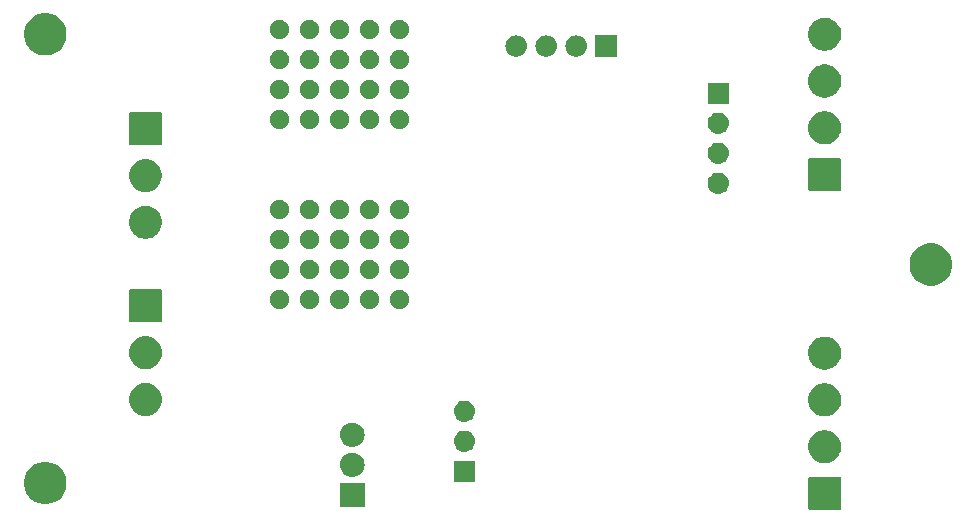
<source format=gbr>
G04 #@! TF.GenerationSoftware,KiCad,Pcbnew,(5.1.4)-1*
G04 #@! TF.CreationDate,2020-01-17T23:34:28+09:00*
G04 #@! TF.ProjectId,QX20CTRLV1,51583230-4354-4524-9c56-312e6b696361,rev?*
G04 #@! TF.SameCoordinates,Original*
G04 #@! TF.FileFunction,Soldermask,Bot*
G04 #@! TF.FilePolarity,Negative*
%FSLAX46Y46*%
G04 Gerber Fmt 4.6, Leading zero omitted, Abs format (unit mm)*
G04 Created by KiCad (PCBNEW (5.1.4)-1) date 2020-01-17 23:34:28*
%MOMM*%
%LPD*%
G04 APERTURE LIST*
%ADD10C,0.100000*%
G04 APERTURE END LIST*
D10*
G36*
X144274031Y-102482621D02*
G01*
X144303486Y-102491556D01*
X144330623Y-102506062D01*
X144354414Y-102525586D01*
X144373938Y-102549377D01*
X144388444Y-102576514D01*
X144397379Y-102605969D01*
X144401000Y-102642734D01*
X144401000Y-105117266D01*
X144397379Y-105154031D01*
X144388444Y-105183486D01*
X144373938Y-105210623D01*
X144354414Y-105234414D01*
X144330623Y-105253938D01*
X144303486Y-105268444D01*
X144274031Y-105277379D01*
X144237266Y-105281000D01*
X141762734Y-105281000D01*
X141725969Y-105277379D01*
X141696514Y-105268444D01*
X141669377Y-105253938D01*
X141645586Y-105234414D01*
X141626062Y-105210623D01*
X141611556Y-105183486D01*
X141602621Y-105154031D01*
X141599000Y-105117266D01*
X141599000Y-102642734D01*
X141602621Y-102605969D01*
X141611556Y-102576514D01*
X141626062Y-102549377D01*
X141645586Y-102525586D01*
X141669377Y-102506062D01*
X141696514Y-102491556D01*
X141725969Y-102482621D01*
X141762734Y-102479000D01*
X144237266Y-102479000D01*
X144274031Y-102482621D01*
X144274031Y-102482621D01*
G37*
G36*
X104051000Y-105003500D02*
G01*
X101949000Y-105003500D01*
X101949000Y-102996500D01*
X104051000Y-102996500D01*
X104051000Y-105003500D01*
X104051000Y-105003500D01*
G37*
G36*
X77525331Y-101268211D02*
G01*
X77853092Y-101403974D01*
X78148070Y-101601072D01*
X78398928Y-101851930D01*
X78596026Y-102146908D01*
X78731789Y-102474669D01*
X78801000Y-102822616D01*
X78801000Y-103177384D01*
X78731789Y-103525331D01*
X78596026Y-103853092D01*
X78398928Y-104148070D01*
X78148070Y-104398928D01*
X77853092Y-104596026D01*
X77525331Y-104731789D01*
X77177384Y-104801000D01*
X76822616Y-104801000D01*
X76474669Y-104731789D01*
X76146908Y-104596026D01*
X75851930Y-104398928D01*
X75601072Y-104148070D01*
X75403974Y-103853092D01*
X75268211Y-103525331D01*
X75199000Y-103177384D01*
X75199000Y-102822616D01*
X75268211Y-102474669D01*
X75403974Y-102146908D01*
X75601072Y-101851930D01*
X75851930Y-101601072D01*
X76146908Y-101403974D01*
X76474669Y-101268211D01*
X76822616Y-101199000D01*
X77177384Y-101199000D01*
X77525331Y-101268211D01*
X77525331Y-101268211D01*
G37*
G36*
X113401000Y-102901000D02*
G01*
X111599000Y-102901000D01*
X111599000Y-101099000D01*
X113401000Y-101099000D01*
X113401000Y-102901000D01*
X113401000Y-102901000D01*
G37*
G36*
X103145936Y-100461340D02*
G01*
X103244220Y-100471020D01*
X103433381Y-100528401D01*
X103607712Y-100621583D01*
X103760515Y-100746985D01*
X103885917Y-100899788D01*
X103979099Y-101074119D01*
X104036480Y-101263280D01*
X104055855Y-101460000D01*
X104036480Y-101656720D01*
X103979099Y-101845881D01*
X103885917Y-102020212D01*
X103760515Y-102173015D01*
X103607712Y-102298417D01*
X103433381Y-102391599D01*
X103244220Y-102448980D01*
X103145936Y-102458660D01*
X103096795Y-102463500D01*
X102903205Y-102463500D01*
X102854064Y-102458660D01*
X102755780Y-102448980D01*
X102566619Y-102391599D01*
X102392288Y-102298417D01*
X102239485Y-102173015D01*
X102114083Y-102020212D01*
X102020901Y-101845881D01*
X101963520Y-101656720D01*
X101944145Y-101460000D01*
X101963520Y-101263280D01*
X102020901Y-101074119D01*
X102114083Y-100899788D01*
X102239485Y-100746985D01*
X102392288Y-100621583D01*
X102566619Y-100528401D01*
X102755780Y-100471020D01*
X102854064Y-100461340D01*
X102903205Y-100456500D01*
X103096795Y-100456500D01*
X103145936Y-100461340D01*
X103145936Y-100461340D01*
G37*
G36*
X143318433Y-98554893D02*
G01*
X143408657Y-98572839D01*
X143514267Y-98616585D01*
X143663621Y-98678449D01*
X143663622Y-98678450D01*
X143893086Y-98831772D01*
X144088228Y-99026914D01*
X144148234Y-99116720D01*
X144241551Y-99256379D01*
X144252732Y-99283373D01*
X144334266Y-99480211D01*
X144347161Y-99511344D01*
X144401000Y-99782012D01*
X144401000Y-100057988D01*
X144347161Y-100328656D01*
X144241551Y-100583621D01*
X144190675Y-100659763D01*
X144088228Y-100813086D01*
X143893086Y-101008228D01*
X143757235Y-101099000D01*
X143663621Y-101161551D01*
X143573211Y-101199000D01*
X143408657Y-101267161D01*
X143318433Y-101285107D01*
X143137988Y-101321000D01*
X142862012Y-101321000D01*
X142681567Y-101285107D01*
X142591343Y-101267161D01*
X142426789Y-101199000D01*
X142336379Y-101161551D01*
X142242765Y-101099000D01*
X142106914Y-101008228D01*
X141911772Y-100813086D01*
X141809325Y-100659763D01*
X141758449Y-100583621D01*
X141652839Y-100328656D01*
X141599000Y-100057988D01*
X141599000Y-99782012D01*
X141652839Y-99511344D01*
X141665735Y-99480211D01*
X141747268Y-99283373D01*
X141758449Y-99256379D01*
X141851766Y-99116720D01*
X141911772Y-99026914D01*
X142106914Y-98831772D01*
X142336378Y-98678450D01*
X142336379Y-98678449D01*
X142485733Y-98616585D01*
X142591343Y-98572839D01*
X142681567Y-98554893D01*
X142862012Y-98519000D01*
X143137988Y-98519000D01*
X143318433Y-98554893D01*
X143318433Y-98554893D01*
G37*
G36*
X112610443Y-98565519D02*
G01*
X112676627Y-98572037D01*
X112846466Y-98623557D01*
X113002991Y-98707222D01*
X113022560Y-98723282D01*
X113140186Y-98819814D01*
X113222405Y-98920000D01*
X113252778Y-98957009D01*
X113336443Y-99113534D01*
X113387963Y-99283373D01*
X113405359Y-99460000D01*
X113387963Y-99636627D01*
X113336443Y-99806466D01*
X113252778Y-99962991D01*
X113223448Y-99998729D01*
X113140186Y-100100186D01*
X113038729Y-100183448D01*
X113002991Y-100212778D01*
X112846466Y-100296443D01*
X112676627Y-100347963D01*
X112610443Y-100354481D01*
X112544260Y-100361000D01*
X112455740Y-100361000D01*
X112389557Y-100354481D01*
X112323373Y-100347963D01*
X112153534Y-100296443D01*
X111997009Y-100212778D01*
X111961271Y-100183448D01*
X111859814Y-100100186D01*
X111776552Y-99998729D01*
X111747222Y-99962991D01*
X111663557Y-99806466D01*
X111612037Y-99636627D01*
X111594641Y-99460000D01*
X111612037Y-99283373D01*
X111663557Y-99113534D01*
X111747222Y-98957009D01*
X111777595Y-98920000D01*
X111859814Y-98819814D01*
X111977440Y-98723282D01*
X111997009Y-98707222D01*
X112153534Y-98623557D01*
X112323373Y-98572037D01*
X112389558Y-98565518D01*
X112455740Y-98559000D01*
X112544260Y-98559000D01*
X112610443Y-98565519D01*
X112610443Y-98565519D01*
G37*
G36*
X103145936Y-97921340D02*
G01*
X103244220Y-97931020D01*
X103433381Y-97988401D01*
X103607712Y-98081583D01*
X103760515Y-98206985D01*
X103885917Y-98359788D01*
X103979099Y-98534119D01*
X104036480Y-98723280D01*
X104055855Y-98920000D01*
X104036480Y-99116720D01*
X103979099Y-99305881D01*
X103885917Y-99480212D01*
X103760515Y-99633015D01*
X103607712Y-99758417D01*
X103433381Y-99851599D01*
X103244220Y-99908980D01*
X103145936Y-99918660D01*
X103096795Y-99923500D01*
X102903205Y-99923500D01*
X102854064Y-99918660D01*
X102755780Y-99908980D01*
X102566619Y-99851599D01*
X102392288Y-99758417D01*
X102239485Y-99633015D01*
X102114083Y-99480212D01*
X102020901Y-99305881D01*
X101963520Y-99116720D01*
X101944145Y-98920000D01*
X101963520Y-98723280D01*
X102020901Y-98534119D01*
X102114083Y-98359788D01*
X102239485Y-98206985D01*
X102392288Y-98081583D01*
X102566619Y-97988401D01*
X102755780Y-97931020D01*
X102854064Y-97921340D01*
X102903205Y-97916500D01*
X103096795Y-97916500D01*
X103145936Y-97921340D01*
X103145936Y-97921340D01*
G37*
G36*
X112610443Y-96025519D02*
G01*
X112676627Y-96032037D01*
X112846466Y-96083557D01*
X113002991Y-96167222D01*
X113038729Y-96196552D01*
X113140186Y-96279814D01*
X113213096Y-96368657D01*
X113252778Y-96417009D01*
X113336443Y-96573534D01*
X113387963Y-96743373D01*
X113405359Y-96920000D01*
X113387963Y-97096627D01*
X113336443Y-97266466D01*
X113252778Y-97422991D01*
X113223448Y-97458729D01*
X113140186Y-97560186D01*
X113038729Y-97643448D01*
X113002991Y-97672778D01*
X112846466Y-97756443D01*
X112676627Y-97807963D01*
X112610443Y-97814481D01*
X112544260Y-97821000D01*
X112455740Y-97821000D01*
X112389557Y-97814481D01*
X112323373Y-97807963D01*
X112153534Y-97756443D01*
X111997009Y-97672778D01*
X111961271Y-97643448D01*
X111859814Y-97560186D01*
X111776552Y-97458729D01*
X111747222Y-97422991D01*
X111663557Y-97266466D01*
X111612037Y-97096627D01*
X111594641Y-96920000D01*
X111612037Y-96743373D01*
X111663557Y-96573534D01*
X111747222Y-96417009D01*
X111786904Y-96368657D01*
X111859814Y-96279814D01*
X111961271Y-96196552D01*
X111997009Y-96167222D01*
X112153534Y-96083557D01*
X112323373Y-96032037D01*
X112389557Y-96025519D01*
X112455740Y-96019000D01*
X112544260Y-96019000D01*
X112610443Y-96025519D01*
X112610443Y-96025519D01*
G37*
G36*
X143318433Y-94594893D02*
G01*
X143408657Y-94612839D01*
X143514267Y-94656585D01*
X143663621Y-94718449D01*
X143663622Y-94718450D01*
X143893086Y-94871772D01*
X144088228Y-95066914D01*
X144190675Y-95220237D01*
X144241551Y-95296379D01*
X144303415Y-95445733D01*
X144330593Y-95511344D01*
X144347161Y-95551344D01*
X144401000Y-95822012D01*
X144401000Y-96097988D01*
X144365107Y-96278433D01*
X144355118Y-96328656D01*
X144347161Y-96368656D01*
X144241551Y-96623621D01*
X144241550Y-96623622D01*
X144088228Y-96853086D01*
X143893086Y-97048228D01*
X143820654Y-97096625D01*
X143663621Y-97201551D01*
X143514267Y-97263415D01*
X143408657Y-97307161D01*
X143318433Y-97325107D01*
X143137988Y-97361000D01*
X142862012Y-97361000D01*
X142681567Y-97325107D01*
X142591343Y-97307161D01*
X142485733Y-97263415D01*
X142336379Y-97201551D01*
X142179346Y-97096625D01*
X142106914Y-97048228D01*
X141911772Y-96853086D01*
X141758450Y-96623622D01*
X141758449Y-96623621D01*
X141652839Y-96368656D01*
X141644883Y-96328656D01*
X141634893Y-96278433D01*
X141599000Y-96097988D01*
X141599000Y-95822012D01*
X141652839Y-95551344D01*
X141669408Y-95511344D01*
X141696585Y-95445733D01*
X141758449Y-95296379D01*
X141809325Y-95220237D01*
X141911772Y-95066914D01*
X142106914Y-94871772D01*
X142336378Y-94718450D01*
X142336379Y-94718449D01*
X142485733Y-94656585D01*
X142591343Y-94612839D01*
X142681567Y-94594893D01*
X142862012Y-94559000D01*
X143137988Y-94559000D01*
X143318433Y-94594893D01*
X143318433Y-94594893D01*
G37*
G36*
X85818433Y-94554893D02*
G01*
X85908657Y-94572839D01*
X86005225Y-94612839D01*
X86163621Y-94678449D01*
X86163622Y-94678450D01*
X86393086Y-94831772D01*
X86588228Y-95026914D01*
X86690675Y-95180237D01*
X86741551Y-95256379D01*
X86803415Y-95405733D01*
X86847161Y-95511343D01*
X86865107Y-95601567D01*
X86901000Y-95782012D01*
X86901000Y-96057988D01*
X86879272Y-96167221D01*
X86847161Y-96328657D01*
X86830592Y-96368657D01*
X86741551Y-96583621D01*
X86741550Y-96583622D01*
X86588228Y-96813086D01*
X86393086Y-97008228D01*
X86333221Y-97048228D01*
X86163621Y-97161551D01*
X86067052Y-97201551D01*
X85908657Y-97267161D01*
X85818433Y-97285107D01*
X85637988Y-97321000D01*
X85362012Y-97321000D01*
X85181567Y-97285107D01*
X85091343Y-97267161D01*
X84932948Y-97201551D01*
X84836379Y-97161551D01*
X84666779Y-97048228D01*
X84606914Y-97008228D01*
X84411772Y-96813086D01*
X84258450Y-96583622D01*
X84258449Y-96583621D01*
X84169408Y-96368657D01*
X84152839Y-96328657D01*
X84120728Y-96167221D01*
X84099000Y-96057988D01*
X84099000Y-95782012D01*
X84134893Y-95601567D01*
X84152839Y-95511343D01*
X84196585Y-95405733D01*
X84258449Y-95256379D01*
X84309325Y-95180237D01*
X84411772Y-95026914D01*
X84606914Y-94831772D01*
X84836378Y-94678450D01*
X84836379Y-94678449D01*
X84994775Y-94612839D01*
X85091343Y-94572839D01*
X85181567Y-94554893D01*
X85362012Y-94519000D01*
X85637988Y-94519000D01*
X85818433Y-94554893D01*
X85818433Y-94554893D01*
G37*
G36*
X143318433Y-90634893D02*
G01*
X143408657Y-90652839D01*
X143514267Y-90696585D01*
X143663621Y-90758449D01*
X143663622Y-90758450D01*
X143893086Y-90911772D01*
X144088228Y-91106914D01*
X144190675Y-91260237D01*
X144241551Y-91336379D01*
X144303415Y-91485733D01*
X144330593Y-91551344D01*
X144347161Y-91591344D01*
X144393044Y-91822012D01*
X144401000Y-91862014D01*
X144401000Y-92137986D01*
X144355118Y-92368656D01*
X144347161Y-92408656D01*
X144241551Y-92663621D01*
X144241550Y-92663622D01*
X144088228Y-92893086D01*
X143893086Y-93088228D01*
X143739763Y-93190675D01*
X143663621Y-93241551D01*
X143514267Y-93303415D01*
X143408657Y-93347161D01*
X143318433Y-93365107D01*
X143137988Y-93401000D01*
X142862012Y-93401000D01*
X142681567Y-93365107D01*
X142591343Y-93347161D01*
X142485733Y-93303415D01*
X142336379Y-93241551D01*
X142260237Y-93190675D01*
X142106914Y-93088228D01*
X141911772Y-92893086D01*
X141758450Y-92663622D01*
X141758449Y-92663621D01*
X141652839Y-92408656D01*
X141644883Y-92368656D01*
X141599000Y-92137986D01*
X141599000Y-91862014D01*
X141606957Y-91822012D01*
X141652839Y-91591344D01*
X141669408Y-91551344D01*
X141696585Y-91485733D01*
X141758449Y-91336379D01*
X141809325Y-91260237D01*
X141911772Y-91106914D01*
X142106914Y-90911772D01*
X142336378Y-90758450D01*
X142336379Y-90758449D01*
X142485733Y-90696585D01*
X142591343Y-90652839D01*
X142681567Y-90634893D01*
X142862012Y-90599000D01*
X143137988Y-90599000D01*
X143318433Y-90634893D01*
X143318433Y-90634893D01*
G37*
G36*
X85818433Y-90594893D02*
G01*
X85908657Y-90612839D01*
X86005225Y-90652839D01*
X86163621Y-90718449D01*
X86163622Y-90718450D01*
X86393086Y-90871772D01*
X86588228Y-91066914D01*
X86690675Y-91220237D01*
X86741551Y-91296379D01*
X86803415Y-91445733D01*
X86847161Y-91551343D01*
X86865107Y-91641567D01*
X86901000Y-91822012D01*
X86901000Y-92097988D01*
X86865107Y-92278433D01*
X86847161Y-92368657D01*
X86830592Y-92408657D01*
X86741551Y-92623621D01*
X86741550Y-92623622D01*
X86588228Y-92853086D01*
X86393086Y-93048228D01*
X86333221Y-93088228D01*
X86163621Y-93201551D01*
X86067052Y-93241551D01*
X85908657Y-93307161D01*
X85818433Y-93325107D01*
X85637988Y-93361000D01*
X85362012Y-93361000D01*
X85181567Y-93325107D01*
X85091343Y-93307161D01*
X84932948Y-93241551D01*
X84836379Y-93201551D01*
X84666779Y-93088228D01*
X84606914Y-93048228D01*
X84411772Y-92853086D01*
X84258450Y-92623622D01*
X84258449Y-92623621D01*
X84169408Y-92408657D01*
X84152839Y-92368657D01*
X84134893Y-92278433D01*
X84099000Y-92097988D01*
X84099000Y-91822012D01*
X84134893Y-91641567D01*
X84152839Y-91551343D01*
X84196585Y-91445733D01*
X84258449Y-91296379D01*
X84309325Y-91220237D01*
X84411772Y-91066914D01*
X84606914Y-90871772D01*
X84836378Y-90718450D01*
X84836379Y-90718449D01*
X84994775Y-90652839D01*
X85091343Y-90612839D01*
X85181567Y-90594893D01*
X85362012Y-90559000D01*
X85637988Y-90559000D01*
X85818433Y-90594893D01*
X85818433Y-90594893D01*
G37*
G36*
X86774031Y-86602621D02*
G01*
X86803486Y-86611556D01*
X86830623Y-86626062D01*
X86854414Y-86645586D01*
X86873938Y-86669377D01*
X86888444Y-86696514D01*
X86897379Y-86725969D01*
X86901000Y-86762734D01*
X86901000Y-89237266D01*
X86897379Y-89274031D01*
X86888444Y-89303486D01*
X86873938Y-89330623D01*
X86854414Y-89354414D01*
X86830623Y-89373938D01*
X86803486Y-89388444D01*
X86774031Y-89397379D01*
X86737266Y-89401000D01*
X84262734Y-89401000D01*
X84225969Y-89397379D01*
X84196514Y-89388444D01*
X84169377Y-89373938D01*
X84145586Y-89354414D01*
X84126062Y-89330623D01*
X84111556Y-89303486D01*
X84102621Y-89274031D01*
X84099000Y-89237266D01*
X84099000Y-86762734D01*
X84102621Y-86725969D01*
X84111556Y-86696514D01*
X84126062Y-86669377D01*
X84145586Y-86645586D01*
X84169377Y-86626062D01*
X84196514Y-86611556D01*
X84225969Y-86602621D01*
X84262734Y-86599000D01*
X86737266Y-86599000D01*
X86774031Y-86602621D01*
X86774031Y-86602621D01*
G37*
G36*
X102153642Y-86689781D02*
G01*
X102299414Y-86750162D01*
X102299416Y-86750163D01*
X102430608Y-86837822D01*
X102542178Y-86949392D01*
X102629837Y-87080584D01*
X102629838Y-87080586D01*
X102690219Y-87226358D01*
X102721000Y-87381107D01*
X102721000Y-87538893D01*
X102690219Y-87693642D01*
X102629838Y-87839414D01*
X102629837Y-87839416D01*
X102542178Y-87970608D01*
X102430608Y-88082178D01*
X102299416Y-88169837D01*
X102299415Y-88169838D01*
X102299414Y-88169838D01*
X102153642Y-88230219D01*
X101998893Y-88261000D01*
X101841107Y-88261000D01*
X101686358Y-88230219D01*
X101540586Y-88169838D01*
X101540585Y-88169838D01*
X101540584Y-88169837D01*
X101409392Y-88082178D01*
X101297822Y-87970608D01*
X101210163Y-87839416D01*
X101210162Y-87839414D01*
X101149781Y-87693642D01*
X101119000Y-87538893D01*
X101119000Y-87381107D01*
X101149781Y-87226358D01*
X101210162Y-87080586D01*
X101210163Y-87080584D01*
X101297822Y-86949392D01*
X101409392Y-86837822D01*
X101540584Y-86750163D01*
X101540586Y-86750162D01*
X101686358Y-86689781D01*
X101841107Y-86659000D01*
X101998893Y-86659000D01*
X102153642Y-86689781D01*
X102153642Y-86689781D01*
G37*
G36*
X99613642Y-86689781D02*
G01*
X99759414Y-86750162D01*
X99759416Y-86750163D01*
X99890608Y-86837822D01*
X100002178Y-86949392D01*
X100089837Y-87080584D01*
X100089838Y-87080586D01*
X100150219Y-87226358D01*
X100181000Y-87381107D01*
X100181000Y-87538893D01*
X100150219Y-87693642D01*
X100089838Y-87839414D01*
X100089837Y-87839416D01*
X100002178Y-87970608D01*
X99890608Y-88082178D01*
X99759416Y-88169837D01*
X99759415Y-88169838D01*
X99759414Y-88169838D01*
X99613642Y-88230219D01*
X99458893Y-88261000D01*
X99301107Y-88261000D01*
X99146358Y-88230219D01*
X99000586Y-88169838D01*
X99000585Y-88169838D01*
X99000584Y-88169837D01*
X98869392Y-88082178D01*
X98757822Y-87970608D01*
X98670163Y-87839416D01*
X98670162Y-87839414D01*
X98609781Y-87693642D01*
X98579000Y-87538893D01*
X98579000Y-87381107D01*
X98609781Y-87226358D01*
X98670162Y-87080586D01*
X98670163Y-87080584D01*
X98757822Y-86949392D01*
X98869392Y-86837822D01*
X99000584Y-86750163D01*
X99000586Y-86750162D01*
X99146358Y-86689781D01*
X99301107Y-86659000D01*
X99458893Y-86659000D01*
X99613642Y-86689781D01*
X99613642Y-86689781D01*
G37*
G36*
X97073642Y-86689781D02*
G01*
X97219414Y-86750162D01*
X97219416Y-86750163D01*
X97350608Y-86837822D01*
X97462178Y-86949392D01*
X97549837Y-87080584D01*
X97549838Y-87080586D01*
X97610219Y-87226358D01*
X97641000Y-87381107D01*
X97641000Y-87538893D01*
X97610219Y-87693642D01*
X97549838Y-87839414D01*
X97549837Y-87839416D01*
X97462178Y-87970608D01*
X97350608Y-88082178D01*
X97219416Y-88169837D01*
X97219415Y-88169838D01*
X97219414Y-88169838D01*
X97073642Y-88230219D01*
X96918893Y-88261000D01*
X96761107Y-88261000D01*
X96606358Y-88230219D01*
X96460586Y-88169838D01*
X96460585Y-88169838D01*
X96460584Y-88169837D01*
X96329392Y-88082178D01*
X96217822Y-87970608D01*
X96130163Y-87839416D01*
X96130162Y-87839414D01*
X96069781Y-87693642D01*
X96039000Y-87538893D01*
X96039000Y-87381107D01*
X96069781Y-87226358D01*
X96130162Y-87080586D01*
X96130163Y-87080584D01*
X96217822Y-86949392D01*
X96329392Y-86837822D01*
X96460584Y-86750163D01*
X96460586Y-86750162D01*
X96606358Y-86689781D01*
X96761107Y-86659000D01*
X96918893Y-86659000D01*
X97073642Y-86689781D01*
X97073642Y-86689781D01*
G37*
G36*
X104693642Y-86689781D02*
G01*
X104839414Y-86750162D01*
X104839416Y-86750163D01*
X104970608Y-86837822D01*
X105082178Y-86949392D01*
X105169837Y-87080584D01*
X105169838Y-87080586D01*
X105230219Y-87226358D01*
X105261000Y-87381107D01*
X105261000Y-87538893D01*
X105230219Y-87693642D01*
X105169838Y-87839414D01*
X105169837Y-87839416D01*
X105082178Y-87970608D01*
X104970608Y-88082178D01*
X104839416Y-88169837D01*
X104839415Y-88169838D01*
X104839414Y-88169838D01*
X104693642Y-88230219D01*
X104538893Y-88261000D01*
X104381107Y-88261000D01*
X104226358Y-88230219D01*
X104080586Y-88169838D01*
X104080585Y-88169838D01*
X104080584Y-88169837D01*
X103949392Y-88082178D01*
X103837822Y-87970608D01*
X103750163Y-87839416D01*
X103750162Y-87839414D01*
X103689781Y-87693642D01*
X103659000Y-87538893D01*
X103659000Y-87381107D01*
X103689781Y-87226358D01*
X103750162Y-87080586D01*
X103750163Y-87080584D01*
X103837822Y-86949392D01*
X103949392Y-86837822D01*
X104080584Y-86750163D01*
X104080586Y-86750162D01*
X104226358Y-86689781D01*
X104381107Y-86659000D01*
X104538893Y-86659000D01*
X104693642Y-86689781D01*
X104693642Y-86689781D01*
G37*
G36*
X107233642Y-86689781D02*
G01*
X107379414Y-86750162D01*
X107379416Y-86750163D01*
X107510608Y-86837822D01*
X107622178Y-86949392D01*
X107709837Y-87080584D01*
X107709838Y-87080586D01*
X107770219Y-87226358D01*
X107801000Y-87381107D01*
X107801000Y-87538893D01*
X107770219Y-87693642D01*
X107709838Y-87839414D01*
X107709837Y-87839416D01*
X107622178Y-87970608D01*
X107510608Y-88082178D01*
X107379416Y-88169837D01*
X107379415Y-88169838D01*
X107379414Y-88169838D01*
X107233642Y-88230219D01*
X107078893Y-88261000D01*
X106921107Y-88261000D01*
X106766358Y-88230219D01*
X106620586Y-88169838D01*
X106620585Y-88169838D01*
X106620584Y-88169837D01*
X106489392Y-88082178D01*
X106377822Y-87970608D01*
X106290163Y-87839416D01*
X106290162Y-87839414D01*
X106229781Y-87693642D01*
X106199000Y-87538893D01*
X106199000Y-87381107D01*
X106229781Y-87226358D01*
X106290162Y-87080586D01*
X106290163Y-87080584D01*
X106377822Y-86949392D01*
X106489392Y-86837822D01*
X106620584Y-86750163D01*
X106620586Y-86750162D01*
X106766358Y-86689781D01*
X106921107Y-86659000D01*
X107078893Y-86659000D01*
X107233642Y-86689781D01*
X107233642Y-86689781D01*
G37*
G36*
X152525331Y-82768211D02*
G01*
X152853092Y-82903974D01*
X153148070Y-83101072D01*
X153398928Y-83351930D01*
X153596026Y-83646908D01*
X153731789Y-83974669D01*
X153801000Y-84322616D01*
X153801000Y-84677384D01*
X153731789Y-85025331D01*
X153596026Y-85353092D01*
X153398928Y-85648070D01*
X153148070Y-85898928D01*
X152853092Y-86096026D01*
X152525331Y-86231789D01*
X152177384Y-86301000D01*
X151822616Y-86301000D01*
X151474669Y-86231789D01*
X151146908Y-86096026D01*
X150851930Y-85898928D01*
X150601072Y-85648070D01*
X150403974Y-85353092D01*
X150268211Y-85025331D01*
X150199000Y-84677384D01*
X150199000Y-84322616D01*
X150268211Y-83974669D01*
X150403974Y-83646908D01*
X150601072Y-83351930D01*
X150851930Y-83101072D01*
X151146908Y-82903974D01*
X151474669Y-82768211D01*
X151822616Y-82699000D01*
X152177384Y-82699000D01*
X152525331Y-82768211D01*
X152525331Y-82768211D01*
G37*
G36*
X97073642Y-84149781D02*
G01*
X97219414Y-84210162D01*
X97219416Y-84210163D01*
X97350608Y-84297822D01*
X97462178Y-84409392D01*
X97549837Y-84540584D01*
X97549838Y-84540586D01*
X97610219Y-84686358D01*
X97641000Y-84841107D01*
X97641000Y-84998893D01*
X97610219Y-85153642D01*
X97549838Y-85299414D01*
X97549837Y-85299416D01*
X97462178Y-85430608D01*
X97350608Y-85542178D01*
X97219416Y-85629837D01*
X97219415Y-85629838D01*
X97219414Y-85629838D01*
X97073642Y-85690219D01*
X96918893Y-85721000D01*
X96761107Y-85721000D01*
X96606358Y-85690219D01*
X96460586Y-85629838D01*
X96460585Y-85629838D01*
X96460584Y-85629837D01*
X96329392Y-85542178D01*
X96217822Y-85430608D01*
X96130163Y-85299416D01*
X96130162Y-85299414D01*
X96069781Y-85153642D01*
X96039000Y-84998893D01*
X96039000Y-84841107D01*
X96069781Y-84686358D01*
X96130162Y-84540586D01*
X96130163Y-84540584D01*
X96217822Y-84409392D01*
X96329392Y-84297822D01*
X96460584Y-84210163D01*
X96460586Y-84210162D01*
X96606358Y-84149781D01*
X96761107Y-84119000D01*
X96918893Y-84119000D01*
X97073642Y-84149781D01*
X97073642Y-84149781D01*
G37*
G36*
X107233642Y-84149781D02*
G01*
X107379414Y-84210162D01*
X107379416Y-84210163D01*
X107510608Y-84297822D01*
X107622178Y-84409392D01*
X107709837Y-84540584D01*
X107709838Y-84540586D01*
X107770219Y-84686358D01*
X107801000Y-84841107D01*
X107801000Y-84998893D01*
X107770219Y-85153642D01*
X107709838Y-85299414D01*
X107709837Y-85299416D01*
X107622178Y-85430608D01*
X107510608Y-85542178D01*
X107379416Y-85629837D01*
X107379415Y-85629838D01*
X107379414Y-85629838D01*
X107233642Y-85690219D01*
X107078893Y-85721000D01*
X106921107Y-85721000D01*
X106766358Y-85690219D01*
X106620586Y-85629838D01*
X106620585Y-85629838D01*
X106620584Y-85629837D01*
X106489392Y-85542178D01*
X106377822Y-85430608D01*
X106290163Y-85299416D01*
X106290162Y-85299414D01*
X106229781Y-85153642D01*
X106199000Y-84998893D01*
X106199000Y-84841107D01*
X106229781Y-84686358D01*
X106290162Y-84540586D01*
X106290163Y-84540584D01*
X106377822Y-84409392D01*
X106489392Y-84297822D01*
X106620584Y-84210163D01*
X106620586Y-84210162D01*
X106766358Y-84149781D01*
X106921107Y-84119000D01*
X107078893Y-84119000D01*
X107233642Y-84149781D01*
X107233642Y-84149781D01*
G37*
G36*
X99613642Y-84149781D02*
G01*
X99759414Y-84210162D01*
X99759416Y-84210163D01*
X99890608Y-84297822D01*
X100002178Y-84409392D01*
X100089837Y-84540584D01*
X100089838Y-84540586D01*
X100150219Y-84686358D01*
X100181000Y-84841107D01*
X100181000Y-84998893D01*
X100150219Y-85153642D01*
X100089838Y-85299414D01*
X100089837Y-85299416D01*
X100002178Y-85430608D01*
X99890608Y-85542178D01*
X99759416Y-85629837D01*
X99759415Y-85629838D01*
X99759414Y-85629838D01*
X99613642Y-85690219D01*
X99458893Y-85721000D01*
X99301107Y-85721000D01*
X99146358Y-85690219D01*
X99000586Y-85629838D01*
X99000585Y-85629838D01*
X99000584Y-85629837D01*
X98869392Y-85542178D01*
X98757822Y-85430608D01*
X98670163Y-85299416D01*
X98670162Y-85299414D01*
X98609781Y-85153642D01*
X98579000Y-84998893D01*
X98579000Y-84841107D01*
X98609781Y-84686358D01*
X98670162Y-84540586D01*
X98670163Y-84540584D01*
X98757822Y-84409392D01*
X98869392Y-84297822D01*
X99000584Y-84210163D01*
X99000586Y-84210162D01*
X99146358Y-84149781D01*
X99301107Y-84119000D01*
X99458893Y-84119000D01*
X99613642Y-84149781D01*
X99613642Y-84149781D01*
G37*
G36*
X102153642Y-84149781D02*
G01*
X102299414Y-84210162D01*
X102299416Y-84210163D01*
X102430608Y-84297822D01*
X102542178Y-84409392D01*
X102629837Y-84540584D01*
X102629838Y-84540586D01*
X102690219Y-84686358D01*
X102721000Y-84841107D01*
X102721000Y-84998893D01*
X102690219Y-85153642D01*
X102629838Y-85299414D01*
X102629837Y-85299416D01*
X102542178Y-85430608D01*
X102430608Y-85542178D01*
X102299416Y-85629837D01*
X102299415Y-85629838D01*
X102299414Y-85629838D01*
X102153642Y-85690219D01*
X101998893Y-85721000D01*
X101841107Y-85721000D01*
X101686358Y-85690219D01*
X101540586Y-85629838D01*
X101540585Y-85629838D01*
X101540584Y-85629837D01*
X101409392Y-85542178D01*
X101297822Y-85430608D01*
X101210163Y-85299416D01*
X101210162Y-85299414D01*
X101149781Y-85153642D01*
X101119000Y-84998893D01*
X101119000Y-84841107D01*
X101149781Y-84686358D01*
X101210162Y-84540586D01*
X101210163Y-84540584D01*
X101297822Y-84409392D01*
X101409392Y-84297822D01*
X101540584Y-84210163D01*
X101540586Y-84210162D01*
X101686358Y-84149781D01*
X101841107Y-84119000D01*
X101998893Y-84119000D01*
X102153642Y-84149781D01*
X102153642Y-84149781D01*
G37*
G36*
X104693642Y-84149781D02*
G01*
X104839414Y-84210162D01*
X104839416Y-84210163D01*
X104970608Y-84297822D01*
X105082178Y-84409392D01*
X105169837Y-84540584D01*
X105169838Y-84540586D01*
X105230219Y-84686358D01*
X105261000Y-84841107D01*
X105261000Y-84998893D01*
X105230219Y-85153642D01*
X105169838Y-85299414D01*
X105169837Y-85299416D01*
X105082178Y-85430608D01*
X104970608Y-85542178D01*
X104839416Y-85629837D01*
X104839415Y-85629838D01*
X104839414Y-85629838D01*
X104693642Y-85690219D01*
X104538893Y-85721000D01*
X104381107Y-85721000D01*
X104226358Y-85690219D01*
X104080586Y-85629838D01*
X104080585Y-85629838D01*
X104080584Y-85629837D01*
X103949392Y-85542178D01*
X103837822Y-85430608D01*
X103750163Y-85299416D01*
X103750162Y-85299414D01*
X103689781Y-85153642D01*
X103659000Y-84998893D01*
X103659000Y-84841107D01*
X103689781Y-84686358D01*
X103750162Y-84540586D01*
X103750163Y-84540584D01*
X103837822Y-84409392D01*
X103949392Y-84297822D01*
X104080584Y-84210163D01*
X104080586Y-84210162D01*
X104226358Y-84149781D01*
X104381107Y-84119000D01*
X104538893Y-84119000D01*
X104693642Y-84149781D01*
X104693642Y-84149781D01*
G37*
G36*
X104693642Y-81609781D02*
G01*
X104839414Y-81670162D01*
X104839416Y-81670163D01*
X104970608Y-81757822D01*
X105082178Y-81869392D01*
X105169837Y-82000584D01*
X105169838Y-82000586D01*
X105230219Y-82146358D01*
X105261000Y-82301107D01*
X105261000Y-82458893D01*
X105230219Y-82613642D01*
X105194862Y-82699000D01*
X105169837Y-82759416D01*
X105082178Y-82890608D01*
X104970608Y-83002178D01*
X104839416Y-83089837D01*
X104839415Y-83089838D01*
X104839414Y-83089838D01*
X104693642Y-83150219D01*
X104538893Y-83181000D01*
X104381107Y-83181000D01*
X104226358Y-83150219D01*
X104080586Y-83089838D01*
X104080585Y-83089838D01*
X104080584Y-83089837D01*
X103949392Y-83002178D01*
X103837822Y-82890608D01*
X103750163Y-82759416D01*
X103725138Y-82699000D01*
X103689781Y-82613642D01*
X103659000Y-82458893D01*
X103659000Y-82301107D01*
X103689781Y-82146358D01*
X103750162Y-82000586D01*
X103750163Y-82000584D01*
X103837822Y-81869392D01*
X103949392Y-81757822D01*
X104080584Y-81670163D01*
X104080586Y-81670162D01*
X104226358Y-81609781D01*
X104381107Y-81579000D01*
X104538893Y-81579000D01*
X104693642Y-81609781D01*
X104693642Y-81609781D01*
G37*
G36*
X97073642Y-81609781D02*
G01*
X97219414Y-81670162D01*
X97219416Y-81670163D01*
X97350608Y-81757822D01*
X97462178Y-81869392D01*
X97549837Y-82000584D01*
X97549838Y-82000586D01*
X97610219Y-82146358D01*
X97641000Y-82301107D01*
X97641000Y-82458893D01*
X97610219Y-82613642D01*
X97574862Y-82699000D01*
X97549837Y-82759416D01*
X97462178Y-82890608D01*
X97350608Y-83002178D01*
X97219416Y-83089837D01*
X97219415Y-83089838D01*
X97219414Y-83089838D01*
X97073642Y-83150219D01*
X96918893Y-83181000D01*
X96761107Y-83181000D01*
X96606358Y-83150219D01*
X96460586Y-83089838D01*
X96460585Y-83089838D01*
X96460584Y-83089837D01*
X96329392Y-83002178D01*
X96217822Y-82890608D01*
X96130163Y-82759416D01*
X96105138Y-82699000D01*
X96069781Y-82613642D01*
X96039000Y-82458893D01*
X96039000Y-82301107D01*
X96069781Y-82146358D01*
X96130162Y-82000586D01*
X96130163Y-82000584D01*
X96217822Y-81869392D01*
X96329392Y-81757822D01*
X96460584Y-81670163D01*
X96460586Y-81670162D01*
X96606358Y-81609781D01*
X96761107Y-81579000D01*
X96918893Y-81579000D01*
X97073642Y-81609781D01*
X97073642Y-81609781D01*
G37*
G36*
X99613642Y-81609781D02*
G01*
X99759414Y-81670162D01*
X99759416Y-81670163D01*
X99890608Y-81757822D01*
X100002178Y-81869392D01*
X100089837Y-82000584D01*
X100089838Y-82000586D01*
X100150219Y-82146358D01*
X100181000Y-82301107D01*
X100181000Y-82458893D01*
X100150219Y-82613642D01*
X100114862Y-82699000D01*
X100089837Y-82759416D01*
X100002178Y-82890608D01*
X99890608Y-83002178D01*
X99759416Y-83089837D01*
X99759415Y-83089838D01*
X99759414Y-83089838D01*
X99613642Y-83150219D01*
X99458893Y-83181000D01*
X99301107Y-83181000D01*
X99146358Y-83150219D01*
X99000586Y-83089838D01*
X99000585Y-83089838D01*
X99000584Y-83089837D01*
X98869392Y-83002178D01*
X98757822Y-82890608D01*
X98670163Y-82759416D01*
X98645138Y-82699000D01*
X98609781Y-82613642D01*
X98579000Y-82458893D01*
X98579000Y-82301107D01*
X98609781Y-82146358D01*
X98670162Y-82000586D01*
X98670163Y-82000584D01*
X98757822Y-81869392D01*
X98869392Y-81757822D01*
X99000584Y-81670163D01*
X99000586Y-81670162D01*
X99146358Y-81609781D01*
X99301107Y-81579000D01*
X99458893Y-81579000D01*
X99613642Y-81609781D01*
X99613642Y-81609781D01*
G37*
G36*
X102153642Y-81609781D02*
G01*
X102299414Y-81670162D01*
X102299416Y-81670163D01*
X102430608Y-81757822D01*
X102542178Y-81869392D01*
X102629837Y-82000584D01*
X102629838Y-82000586D01*
X102690219Y-82146358D01*
X102721000Y-82301107D01*
X102721000Y-82458893D01*
X102690219Y-82613642D01*
X102654862Y-82699000D01*
X102629837Y-82759416D01*
X102542178Y-82890608D01*
X102430608Y-83002178D01*
X102299416Y-83089837D01*
X102299415Y-83089838D01*
X102299414Y-83089838D01*
X102153642Y-83150219D01*
X101998893Y-83181000D01*
X101841107Y-83181000D01*
X101686358Y-83150219D01*
X101540586Y-83089838D01*
X101540585Y-83089838D01*
X101540584Y-83089837D01*
X101409392Y-83002178D01*
X101297822Y-82890608D01*
X101210163Y-82759416D01*
X101185138Y-82699000D01*
X101149781Y-82613642D01*
X101119000Y-82458893D01*
X101119000Y-82301107D01*
X101149781Y-82146358D01*
X101210162Y-82000586D01*
X101210163Y-82000584D01*
X101297822Y-81869392D01*
X101409392Y-81757822D01*
X101540584Y-81670163D01*
X101540586Y-81670162D01*
X101686358Y-81609781D01*
X101841107Y-81579000D01*
X101998893Y-81579000D01*
X102153642Y-81609781D01*
X102153642Y-81609781D01*
G37*
G36*
X107233642Y-81609781D02*
G01*
X107379414Y-81670162D01*
X107379416Y-81670163D01*
X107510608Y-81757822D01*
X107622178Y-81869392D01*
X107709837Y-82000584D01*
X107709838Y-82000586D01*
X107770219Y-82146358D01*
X107801000Y-82301107D01*
X107801000Y-82458893D01*
X107770219Y-82613642D01*
X107734862Y-82699000D01*
X107709837Y-82759416D01*
X107622178Y-82890608D01*
X107510608Y-83002178D01*
X107379416Y-83089837D01*
X107379415Y-83089838D01*
X107379414Y-83089838D01*
X107233642Y-83150219D01*
X107078893Y-83181000D01*
X106921107Y-83181000D01*
X106766358Y-83150219D01*
X106620586Y-83089838D01*
X106620585Y-83089838D01*
X106620584Y-83089837D01*
X106489392Y-83002178D01*
X106377822Y-82890608D01*
X106290163Y-82759416D01*
X106265138Y-82699000D01*
X106229781Y-82613642D01*
X106199000Y-82458893D01*
X106199000Y-82301107D01*
X106229781Y-82146358D01*
X106290162Y-82000586D01*
X106290163Y-82000584D01*
X106377822Y-81869392D01*
X106489392Y-81757822D01*
X106620584Y-81670163D01*
X106620586Y-81670162D01*
X106766358Y-81609781D01*
X106921107Y-81579000D01*
X107078893Y-81579000D01*
X107233642Y-81609781D01*
X107233642Y-81609781D01*
G37*
G36*
X85818433Y-79554893D02*
G01*
X85908657Y-79572839D01*
X85989576Y-79606357D01*
X86163621Y-79678449D01*
X86163622Y-79678450D01*
X86393086Y-79831772D01*
X86588228Y-80026914D01*
X86619450Y-80073642D01*
X86741551Y-80256379D01*
X86847161Y-80511344D01*
X86901000Y-80782012D01*
X86901000Y-81057988D01*
X86847161Y-81328656D01*
X86741551Y-81583621D01*
X86741550Y-81583622D01*
X86588228Y-81813086D01*
X86393086Y-82008228D01*
X86239763Y-82110675D01*
X86163621Y-82161551D01*
X86014267Y-82223415D01*
X85908657Y-82267161D01*
X85818433Y-82285107D01*
X85637988Y-82321000D01*
X85362012Y-82321000D01*
X85181567Y-82285107D01*
X85091343Y-82267161D01*
X84985733Y-82223415D01*
X84836379Y-82161551D01*
X84760237Y-82110675D01*
X84606914Y-82008228D01*
X84411772Y-81813086D01*
X84258450Y-81583622D01*
X84258449Y-81583621D01*
X84152839Y-81328656D01*
X84099000Y-81057988D01*
X84099000Y-80782012D01*
X84152839Y-80511344D01*
X84258449Y-80256379D01*
X84380550Y-80073642D01*
X84411772Y-80026914D01*
X84606914Y-79831772D01*
X84836378Y-79678450D01*
X84836379Y-79678449D01*
X85010424Y-79606357D01*
X85091343Y-79572839D01*
X85181567Y-79554893D01*
X85362012Y-79519000D01*
X85637988Y-79519000D01*
X85818433Y-79554893D01*
X85818433Y-79554893D01*
G37*
G36*
X99613642Y-79069781D02*
G01*
X99759414Y-79130162D01*
X99759416Y-79130163D01*
X99890608Y-79217822D01*
X100002178Y-79329392D01*
X100089837Y-79460584D01*
X100089838Y-79460586D01*
X100150219Y-79606358D01*
X100181000Y-79761107D01*
X100181000Y-79918893D01*
X100150219Y-80073642D01*
X100089838Y-80219414D01*
X100089837Y-80219416D01*
X100002178Y-80350608D01*
X99890608Y-80462178D01*
X99759416Y-80549837D01*
X99759415Y-80549838D01*
X99759414Y-80549838D01*
X99613642Y-80610219D01*
X99458893Y-80641000D01*
X99301107Y-80641000D01*
X99146358Y-80610219D01*
X99000586Y-80549838D01*
X99000585Y-80549838D01*
X99000584Y-80549837D01*
X98869392Y-80462178D01*
X98757822Y-80350608D01*
X98670163Y-80219416D01*
X98670162Y-80219414D01*
X98609781Y-80073642D01*
X98579000Y-79918893D01*
X98579000Y-79761107D01*
X98609781Y-79606358D01*
X98670162Y-79460586D01*
X98670163Y-79460584D01*
X98757822Y-79329392D01*
X98869392Y-79217822D01*
X99000584Y-79130163D01*
X99000586Y-79130162D01*
X99146358Y-79069781D01*
X99301107Y-79039000D01*
X99458893Y-79039000D01*
X99613642Y-79069781D01*
X99613642Y-79069781D01*
G37*
G36*
X102153642Y-79069781D02*
G01*
X102299414Y-79130162D01*
X102299416Y-79130163D01*
X102430608Y-79217822D01*
X102542178Y-79329392D01*
X102629837Y-79460584D01*
X102629838Y-79460586D01*
X102690219Y-79606358D01*
X102721000Y-79761107D01*
X102721000Y-79918893D01*
X102690219Y-80073642D01*
X102629838Y-80219414D01*
X102629837Y-80219416D01*
X102542178Y-80350608D01*
X102430608Y-80462178D01*
X102299416Y-80549837D01*
X102299415Y-80549838D01*
X102299414Y-80549838D01*
X102153642Y-80610219D01*
X101998893Y-80641000D01*
X101841107Y-80641000D01*
X101686358Y-80610219D01*
X101540586Y-80549838D01*
X101540585Y-80549838D01*
X101540584Y-80549837D01*
X101409392Y-80462178D01*
X101297822Y-80350608D01*
X101210163Y-80219416D01*
X101210162Y-80219414D01*
X101149781Y-80073642D01*
X101119000Y-79918893D01*
X101119000Y-79761107D01*
X101149781Y-79606358D01*
X101210162Y-79460586D01*
X101210163Y-79460584D01*
X101297822Y-79329392D01*
X101409392Y-79217822D01*
X101540584Y-79130163D01*
X101540586Y-79130162D01*
X101686358Y-79069781D01*
X101841107Y-79039000D01*
X101998893Y-79039000D01*
X102153642Y-79069781D01*
X102153642Y-79069781D01*
G37*
G36*
X107233642Y-79069781D02*
G01*
X107379414Y-79130162D01*
X107379416Y-79130163D01*
X107510608Y-79217822D01*
X107622178Y-79329392D01*
X107709837Y-79460584D01*
X107709838Y-79460586D01*
X107770219Y-79606358D01*
X107801000Y-79761107D01*
X107801000Y-79918893D01*
X107770219Y-80073642D01*
X107709838Y-80219414D01*
X107709837Y-80219416D01*
X107622178Y-80350608D01*
X107510608Y-80462178D01*
X107379416Y-80549837D01*
X107379415Y-80549838D01*
X107379414Y-80549838D01*
X107233642Y-80610219D01*
X107078893Y-80641000D01*
X106921107Y-80641000D01*
X106766358Y-80610219D01*
X106620586Y-80549838D01*
X106620585Y-80549838D01*
X106620584Y-80549837D01*
X106489392Y-80462178D01*
X106377822Y-80350608D01*
X106290163Y-80219416D01*
X106290162Y-80219414D01*
X106229781Y-80073642D01*
X106199000Y-79918893D01*
X106199000Y-79761107D01*
X106229781Y-79606358D01*
X106290162Y-79460586D01*
X106290163Y-79460584D01*
X106377822Y-79329392D01*
X106489392Y-79217822D01*
X106620584Y-79130163D01*
X106620586Y-79130162D01*
X106766358Y-79069781D01*
X106921107Y-79039000D01*
X107078893Y-79039000D01*
X107233642Y-79069781D01*
X107233642Y-79069781D01*
G37*
G36*
X104693642Y-79069781D02*
G01*
X104839414Y-79130162D01*
X104839416Y-79130163D01*
X104970608Y-79217822D01*
X105082178Y-79329392D01*
X105169837Y-79460584D01*
X105169838Y-79460586D01*
X105230219Y-79606358D01*
X105261000Y-79761107D01*
X105261000Y-79918893D01*
X105230219Y-80073642D01*
X105169838Y-80219414D01*
X105169837Y-80219416D01*
X105082178Y-80350608D01*
X104970608Y-80462178D01*
X104839416Y-80549837D01*
X104839415Y-80549838D01*
X104839414Y-80549838D01*
X104693642Y-80610219D01*
X104538893Y-80641000D01*
X104381107Y-80641000D01*
X104226358Y-80610219D01*
X104080586Y-80549838D01*
X104080585Y-80549838D01*
X104080584Y-80549837D01*
X103949392Y-80462178D01*
X103837822Y-80350608D01*
X103750163Y-80219416D01*
X103750162Y-80219414D01*
X103689781Y-80073642D01*
X103659000Y-79918893D01*
X103659000Y-79761107D01*
X103689781Y-79606358D01*
X103750162Y-79460586D01*
X103750163Y-79460584D01*
X103837822Y-79329392D01*
X103949392Y-79217822D01*
X104080584Y-79130163D01*
X104080586Y-79130162D01*
X104226358Y-79069781D01*
X104381107Y-79039000D01*
X104538893Y-79039000D01*
X104693642Y-79069781D01*
X104693642Y-79069781D01*
G37*
G36*
X97073642Y-79069781D02*
G01*
X97219414Y-79130162D01*
X97219416Y-79130163D01*
X97350608Y-79217822D01*
X97462178Y-79329392D01*
X97549837Y-79460584D01*
X97549838Y-79460586D01*
X97610219Y-79606358D01*
X97641000Y-79761107D01*
X97641000Y-79918893D01*
X97610219Y-80073642D01*
X97549838Y-80219414D01*
X97549837Y-80219416D01*
X97462178Y-80350608D01*
X97350608Y-80462178D01*
X97219416Y-80549837D01*
X97219415Y-80549838D01*
X97219414Y-80549838D01*
X97073642Y-80610219D01*
X96918893Y-80641000D01*
X96761107Y-80641000D01*
X96606358Y-80610219D01*
X96460586Y-80549838D01*
X96460585Y-80549838D01*
X96460584Y-80549837D01*
X96329392Y-80462178D01*
X96217822Y-80350608D01*
X96130163Y-80219416D01*
X96130162Y-80219414D01*
X96069781Y-80073642D01*
X96039000Y-79918893D01*
X96039000Y-79761107D01*
X96069781Y-79606358D01*
X96130162Y-79460586D01*
X96130163Y-79460584D01*
X96217822Y-79329392D01*
X96329392Y-79217822D01*
X96460584Y-79130163D01*
X96460586Y-79130162D01*
X96606358Y-79069781D01*
X96761107Y-79039000D01*
X96918893Y-79039000D01*
X97073642Y-79069781D01*
X97073642Y-79069781D01*
G37*
G36*
X134110442Y-76725518D02*
G01*
X134176627Y-76732037D01*
X134346466Y-76783557D01*
X134502991Y-76867222D01*
X134538729Y-76896552D01*
X134640186Y-76979814D01*
X134723448Y-77081271D01*
X134752778Y-77117009D01*
X134836443Y-77273534D01*
X134887963Y-77443373D01*
X134905359Y-77620000D01*
X134887963Y-77796627D01*
X134836443Y-77966466D01*
X134752778Y-78122991D01*
X134727304Y-78154031D01*
X134640186Y-78260186D01*
X134538729Y-78343448D01*
X134502991Y-78372778D01*
X134346466Y-78456443D01*
X134176627Y-78507963D01*
X134110443Y-78514481D01*
X134044260Y-78521000D01*
X133955740Y-78521000D01*
X133889557Y-78514481D01*
X133823373Y-78507963D01*
X133653534Y-78456443D01*
X133497009Y-78372778D01*
X133461271Y-78343448D01*
X133359814Y-78260186D01*
X133272696Y-78154031D01*
X133247222Y-78122991D01*
X133163557Y-77966466D01*
X133112037Y-77796627D01*
X133094641Y-77620000D01*
X133112037Y-77443373D01*
X133163557Y-77273534D01*
X133247222Y-77117009D01*
X133276552Y-77081271D01*
X133359814Y-76979814D01*
X133461271Y-76896552D01*
X133497009Y-76867222D01*
X133653534Y-76783557D01*
X133823373Y-76732037D01*
X133889558Y-76725518D01*
X133955740Y-76719000D01*
X134044260Y-76719000D01*
X134110442Y-76725518D01*
X134110442Y-76725518D01*
G37*
G36*
X85758589Y-75582989D02*
G01*
X85908657Y-75612839D01*
X85980829Y-75642734D01*
X86163621Y-75718449D01*
X86193547Y-75738445D01*
X86393086Y-75871772D01*
X86588228Y-76066914D01*
X86690675Y-76220237D01*
X86741551Y-76296379D01*
X86847161Y-76551344D01*
X86901000Y-76822012D01*
X86901000Y-77097988D01*
X86847161Y-77368656D01*
X86741551Y-77623621D01*
X86741550Y-77623622D01*
X86588228Y-77853086D01*
X86393086Y-78048228D01*
X86239763Y-78150675D01*
X86163621Y-78201551D01*
X86014267Y-78263415D01*
X85908657Y-78307161D01*
X85818433Y-78325107D01*
X85637988Y-78361000D01*
X85362012Y-78361000D01*
X85181567Y-78325107D01*
X85091343Y-78307161D01*
X84985733Y-78263415D01*
X84836379Y-78201551D01*
X84760237Y-78150675D01*
X84606914Y-78048228D01*
X84411772Y-77853086D01*
X84258450Y-77623622D01*
X84258449Y-77623621D01*
X84152839Y-77368656D01*
X84099000Y-77097988D01*
X84099000Y-76822012D01*
X84152839Y-76551344D01*
X84258449Y-76296379D01*
X84309325Y-76220237D01*
X84411772Y-76066914D01*
X84606914Y-75871772D01*
X84806453Y-75738445D01*
X84836379Y-75718449D01*
X85019171Y-75642734D01*
X85091343Y-75612839D01*
X85241411Y-75582989D01*
X85362012Y-75559000D01*
X85637988Y-75559000D01*
X85758589Y-75582989D01*
X85758589Y-75582989D01*
G37*
G36*
X144274031Y-75482621D02*
G01*
X144303486Y-75491556D01*
X144330623Y-75506062D01*
X144354414Y-75525586D01*
X144373938Y-75549377D01*
X144388444Y-75576514D01*
X144397379Y-75605969D01*
X144401000Y-75642734D01*
X144401000Y-78117266D01*
X144397379Y-78154031D01*
X144388444Y-78183486D01*
X144373938Y-78210623D01*
X144354414Y-78234414D01*
X144330623Y-78253938D01*
X144303486Y-78268444D01*
X144274031Y-78277379D01*
X144237266Y-78281000D01*
X141762734Y-78281000D01*
X141725969Y-78277379D01*
X141696514Y-78268444D01*
X141669377Y-78253938D01*
X141645586Y-78234414D01*
X141626062Y-78210623D01*
X141611556Y-78183486D01*
X141602621Y-78154031D01*
X141599000Y-78117266D01*
X141599000Y-75642734D01*
X141602621Y-75605969D01*
X141611556Y-75576514D01*
X141626062Y-75549377D01*
X141645586Y-75525586D01*
X141669377Y-75506062D01*
X141696514Y-75491556D01*
X141725969Y-75482621D01*
X141762734Y-75479000D01*
X144237266Y-75479000D01*
X144274031Y-75482621D01*
X144274031Y-75482621D01*
G37*
G36*
X134110442Y-74185518D02*
G01*
X134176627Y-74192037D01*
X134346466Y-74243557D01*
X134502991Y-74327222D01*
X134536124Y-74354414D01*
X134640186Y-74439814D01*
X134723448Y-74541271D01*
X134752778Y-74577009D01*
X134836443Y-74733534D01*
X134887963Y-74903373D01*
X134905359Y-75080000D01*
X134887963Y-75256627D01*
X134836443Y-75426466D01*
X134752778Y-75582991D01*
X134733920Y-75605969D01*
X134640186Y-75720186D01*
X134538729Y-75803448D01*
X134502991Y-75832778D01*
X134346466Y-75916443D01*
X134176627Y-75967963D01*
X134110442Y-75974482D01*
X134044260Y-75981000D01*
X133955740Y-75981000D01*
X133889558Y-75974482D01*
X133823373Y-75967963D01*
X133653534Y-75916443D01*
X133497009Y-75832778D01*
X133461271Y-75803448D01*
X133359814Y-75720186D01*
X133266080Y-75605969D01*
X133247222Y-75582991D01*
X133163557Y-75426466D01*
X133112037Y-75256627D01*
X133094641Y-75080000D01*
X133112037Y-74903373D01*
X133163557Y-74733534D01*
X133247222Y-74577009D01*
X133276552Y-74541271D01*
X133359814Y-74439814D01*
X133463876Y-74354414D01*
X133497009Y-74327222D01*
X133653534Y-74243557D01*
X133823373Y-74192037D01*
X133889558Y-74185518D01*
X133955740Y-74179000D01*
X134044260Y-74179000D01*
X134110442Y-74185518D01*
X134110442Y-74185518D01*
G37*
G36*
X86774031Y-71602621D02*
G01*
X86803486Y-71611556D01*
X86830623Y-71626062D01*
X86854414Y-71645586D01*
X86873938Y-71669377D01*
X86888444Y-71696514D01*
X86897379Y-71725969D01*
X86901000Y-71762734D01*
X86901000Y-74237266D01*
X86897379Y-74274031D01*
X86888444Y-74303486D01*
X86873938Y-74330623D01*
X86854414Y-74354414D01*
X86830623Y-74373938D01*
X86803486Y-74388444D01*
X86774031Y-74397379D01*
X86737266Y-74401000D01*
X84262734Y-74401000D01*
X84225969Y-74397379D01*
X84196514Y-74388444D01*
X84169377Y-74373938D01*
X84145586Y-74354414D01*
X84126062Y-74330623D01*
X84111556Y-74303486D01*
X84102621Y-74274031D01*
X84099000Y-74237266D01*
X84099000Y-71762734D01*
X84102621Y-71725969D01*
X84111556Y-71696514D01*
X84126062Y-71669377D01*
X84145586Y-71645586D01*
X84169377Y-71626062D01*
X84196514Y-71611556D01*
X84225969Y-71602621D01*
X84262734Y-71599000D01*
X86737266Y-71599000D01*
X86774031Y-71602621D01*
X86774031Y-71602621D01*
G37*
G36*
X143318433Y-71554893D02*
G01*
X143408657Y-71572839D01*
X143480556Y-71602621D01*
X143663621Y-71678449D01*
X143663622Y-71678450D01*
X143893086Y-71831772D01*
X144088228Y-72026914D01*
X144190675Y-72180237D01*
X144241551Y-72256379D01*
X144285869Y-72363373D01*
X144323261Y-72453643D01*
X144347161Y-72511344D01*
X144401000Y-72782012D01*
X144401000Y-73057988D01*
X144376693Y-73180186D01*
X144347161Y-73328657D01*
X144327367Y-73376443D01*
X144241551Y-73583621D01*
X144241550Y-73583622D01*
X144088228Y-73813086D01*
X143893086Y-74008228D01*
X143739763Y-74110675D01*
X143663621Y-74161551D01*
X143590021Y-74192037D01*
X143408657Y-74267161D01*
X143318433Y-74285107D01*
X143137988Y-74321000D01*
X142862012Y-74321000D01*
X142681567Y-74285107D01*
X142591343Y-74267161D01*
X142409979Y-74192037D01*
X142336379Y-74161551D01*
X142260237Y-74110675D01*
X142106914Y-74008228D01*
X141911772Y-73813086D01*
X141758450Y-73583622D01*
X141758449Y-73583621D01*
X141672633Y-73376443D01*
X141652839Y-73328657D01*
X141623307Y-73180186D01*
X141599000Y-73057988D01*
X141599000Y-72782012D01*
X141652839Y-72511344D01*
X141676740Y-72453643D01*
X141714131Y-72363373D01*
X141758449Y-72256379D01*
X141809325Y-72180237D01*
X141911772Y-72026914D01*
X142106914Y-71831772D01*
X142336378Y-71678450D01*
X142336379Y-71678449D01*
X142519444Y-71602621D01*
X142591343Y-71572839D01*
X142681567Y-71554893D01*
X142862012Y-71519000D01*
X143137988Y-71519000D01*
X143318433Y-71554893D01*
X143318433Y-71554893D01*
G37*
G36*
X134110442Y-71645518D02*
G01*
X134176627Y-71652037D01*
X134346466Y-71703557D01*
X134346468Y-71703558D01*
X134357384Y-71709393D01*
X134502991Y-71787222D01*
X134528102Y-71807830D01*
X134640186Y-71899814D01*
X134711209Y-71986357D01*
X134752778Y-72037009D01*
X134836443Y-72193534D01*
X134887963Y-72363373D01*
X134905359Y-72540000D01*
X134887963Y-72716627D01*
X134836443Y-72886466D01*
X134752778Y-73042991D01*
X134740470Y-73057988D01*
X134640186Y-73180186D01*
X134538729Y-73263448D01*
X134502991Y-73292778D01*
X134346466Y-73376443D01*
X134176627Y-73427963D01*
X134110442Y-73434482D01*
X134044260Y-73441000D01*
X133955740Y-73441000D01*
X133889558Y-73434482D01*
X133823373Y-73427963D01*
X133653534Y-73376443D01*
X133497009Y-73292778D01*
X133461271Y-73263448D01*
X133359814Y-73180186D01*
X133259530Y-73057988D01*
X133247222Y-73042991D01*
X133163557Y-72886466D01*
X133112037Y-72716627D01*
X133094641Y-72540000D01*
X133112037Y-72363373D01*
X133163557Y-72193534D01*
X133247222Y-72037009D01*
X133288791Y-71986357D01*
X133359814Y-71899814D01*
X133471898Y-71807830D01*
X133497009Y-71787222D01*
X133642616Y-71709393D01*
X133653532Y-71703558D01*
X133653534Y-71703557D01*
X133823373Y-71652037D01*
X133889558Y-71645518D01*
X133955740Y-71639000D01*
X134044260Y-71639000D01*
X134110442Y-71645518D01*
X134110442Y-71645518D01*
G37*
G36*
X99613642Y-71449781D02*
G01*
X99759414Y-71510162D01*
X99759416Y-71510163D01*
X99890608Y-71597822D01*
X100002178Y-71709392D01*
X100083949Y-71831772D01*
X100089838Y-71840586D01*
X100150219Y-71986358D01*
X100181000Y-72141107D01*
X100181000Y-72298893D01*
X100150219Y-72453642D01*
X100126318Y-72511343D01*
X100089837Y-72599416D01*
X100002178Y-72730608D01*
X99890608Y-72842178D01*
X99759416Y-72929837D01*
X99759415Y-72929838D01*
X99759414Y-72929838D01*
X99613642Y-72990219D01*
X99458893Y-73021000D01*
X99301107Y-73021000D01*
X99146358Y-72990219D01*
X99000586Y-72929838D01*
X99000585Y-72929838D01*
X99000584Y-72929837D01*
X98869392Y-72842178D01*
X98757822Y-72730608D01*
X98670163Y-72599416D01*
X98633682Y-72511343D01*
X98609781Y-72453642D01*
X98579000Y-72298893D01*
X98579000Y-72141107D01*
X98609781Y-71986358D01*
X98670162Y-71840586D01*
X98676051Y-71831772D01*
X98757822Y-71709392D01*
X98869392Y-71597822D01*
X99000584Y-71510163D01*
X99000586Y-71510162D01*
X99146358Y-71449781D01*
X99301107Y-71419000D01*
X99458893Y-71419000D01*
X99613642Y-71449781D01*
X99613642Y-71449781D01*
G37*
G36*
X107233642Y-71449781D02*
G01*
X107379414Y-71510162D01*
X107379416Y-71510163D01*
X107510608Y-71597822D01*
X107622178Y-71709392D01*
X107703949Y-71831772D01*
X107709838Y-71840586D01*
X107770219Y-71986358D01*
X107801000Y-72141107D01*
X107801000Y-72298893D01*
X107770219Y-72453642D01*
X107746318Y-72511343D01*
X107709837Y-72599416D01*
X107622178Y-72730608D01*
X107510608Y-72842178D01*
X107379416Y-72929837D01*
X107379415Y-72929838D01*
X107379414Y-72929838D01*
X107233642Y-72990219D01*
X107078893Y-73021000D01*
X106921107Y-73021000D01*
X106766358Y-72990219D01*
X106620586Y-72929838D01*
X106620585Y-72929838D01*
X106620584Y-72929837D01*
X106489392Y-72842178D01*
X106377822Y-72730608D01*
X106290163Y-72599416D01*
X106253682Y-72511343D01*
X106229781Y-72453642D01*
X106199000Y-72298893D01*
X106199000Y-72141107D01*
X106229781Y-71986358D01*
X106290162Y-71840586D01*
X106296051Y-71831772D01*
X106377822Y-71709392D01*
X106489392Y-71597822D01*
X106620584Y-71510163D01*
X106620586Y-71510162D01*
X106766358Y-71449781D01*
X106921107Y-71419000D01*
X107078893Y-71419000D01*
X107233642Y-71449781D01*
X107233642Y-71449781D01*
G37*
G36*
X104693642Y-71449781D02*
G01*
X104839414Y-71510162D01*
X104839416Y-71510163D01*
X104970608Y-71597822D01*
X105082178Y-71709392D01*
X105163949Y-71831772D01*
X105169838Y-71840586D01*
X105230219Y-71986358D01*
X105261000Y-72141107D01*
X105261000Y-72298893D01*
X105230219Y-72453642D01*
X105206318Y-72511343D01*
X105169837Y-72599416D01*
X105082178Y-72730608D01*
X104970608Y-72842178D01*
X104839416Y-72929837D01*
X104839415Y-72929838D01*
X104839414Y-72929838D01*
X104693642Y-72990219D01*
X104538893Y-73021000D01*
X104381107Y-73021000D01*
X104226358Y-72990219D01*
X104080586Y-72929838D01*
X104080585Y-72929838D01*
X104080584Y-72929837D01*
X103949392Y-72842178D01*
X103837822Y-72730608D01*
X103750163Y-72599416D01*
X103713682Y-72511343D01*
X103689781Y-72453642D01*
X103659000Y-72298893D01*
X103659000Y-72141107D01*
X103689781Y-71986358D01*
X103750162Y-71840586D01*
X103756051Y-71831772D01*
X103837822Y-71709392D01*
X103949392Y-71597822D01*
X104080584Y-71510163D01*
X104080586Y-71510162D01*
X104226358Y-71449781D01*
X104381107Y-71419000D01*
X104538893Y-71419000D01*
X104693642Y-71449781D01*
X104693642Y-71449781D01*
G37*
G36*
X102153642Y-71449781D02*
G01*
X102299414Y-71510162D01*
X102299416Y-71510163D01*
X102430608Y-71597822D01*
X102542178Y-71709392D01*
X102623949Y-71831772D01*
X102629838Y-71840586D01*
X102690219Y-71986358D01*
X102721000Y-72141107D01*
X102721000Y-72298893D01*
X102690219Y-72453642D01*
X102666318Y-72511343D01*
X102629837Y-72599416D01*
X102542178Y-72730608D01*
X102430608Y-72842178D01*
X102299416Y-72929837D01*
X102299415Y-72929838D01*
X102299414Y-72929838D01*
X102153642Y-72990219D01*
X101998893Y-73021000D01*
X101841107Y-73021000D01*
X101686358Y-72990219D01*
X101540586Y-72929838D01*
X101540585Y-72929838D01*
X101540584Y-72929837D01*
X101409392Y-72842178D01*
X101297822Y-72730608D01*
X101210163Y-72599416D01*
X101173682Y-72511343D01*
X101149781Y-72453642D01*
X101119000Y-72298893D01*
X101119000Y-72141107D01*
X101149781Y-71986358D01*
X101210162Y-71840586D01*
X101216051Y-71831772D01*
X101297822Y-71709392D01*
X101409392Y-71597822D01*
X101540584Y-71510163D01*
X101540586Y-71510162D01*
X101686358Y-71449781D01*
X101841107Y-71419000D01*
X101998893Y-71419000D01*
X102153642Y-71449781D01*
X102153642Y-71449781D01*
G37*
G36*
X97073642Y-71449781D02*
G01*
X97219414Y-71510162D01*
X97219416Y-71510163D01*
X97350608Y-71597822D01*
X97462178Y-71709392D01*
X97543949Y-71831772D01*
X97549838Y-71840586D01*
X97610219Y-71986358D01*
X97641000Y-72141107D01*
X97641000Y-72298893D01*
X97610219Y-72453642D01*
X97586318Y-72511343D01*
X97549837Y-72599416D01*
X97462178Y-72730608D01*
X97350608Y-72842178D01*
X97219416Y-72929837D01*
X97219415Y-72929838D01*
X97219414Y-72929838D01*
X97073642Y-72990219D01*
X96918893Y-73021000D01*
X96761107Y-73021000D01*
X96606358Y-72990219D01*
X96460586Y-72929838D01*
X96460585Y-72929838D01*
X96460584Y-72929837D01*
X96329392Y-72842178D01*
X96217822Y-72730608D01*
X96130163Y-72599416D01*
X96093682Y-72511343D01*
X96069781Y-72453642D01*
X96039000Y-72298893D01*
X96039000Y-72141107D01*
X96069781Y-71986358D01*
X96130162Y-71840586D01*
X96136051Y-71831772D01*
X96217822Y-71709392D01*
X96329392Y-71597822D01*
X96460584Y-71510163D01*
X96460586Y-71510162D01*
X96606358Y-71449781D01*
X96761107Y-71419000D01*
X96918893Y-71419000D01*
X97073642Y-71449781D01*
X97073642Y-71449781D01*
G37*
G36*
X134901000Y-70901000D02*
G01*
X133099000Y-70901000D01*
X133099000Y-69099000D01*
X134901000Y-69099000D01*
X134901000Y-70901000D01*
X134901000Y-70901000D01*
G37*
G36*
X107233642Y-68909781D02*
G01*
X107379414Y-68970162D01*
X107379416Y-68970163D01*
X107510608Y-69057822D01*
X107622178Y-69169392D01*
X107709837Y-69300584D01*
X107709838Y-69300586D01*
X107770219Y-69446358D01*
X107801000Y-69601107D01*
X107801000Y-69758893D01*
X107770219Y-69913642D01*
X107714471Y-70048228D01*
X107709837Y-70059416D01*
X107622178Y-70190608D01*
X107510608Y-70302178D01*
X107379416Y-70389837D01*
X107379415Y-70389838D01*
X107379414Y-70389838D01*
X107233642Y-70450219D01*
X107078893Y-70481000D01*
X106921107Y-70481000D01*
X106766358Y-70450219D01*
X106620586Y-70389838D01*
X106620585Y-70389838D01*
X106620584Y-70389837D01*
X106489392Y-70302178D01*
X106377822Y-70190608D01*
X106290163Y-70059416D01*
X106285529Y-70048228D01*
X106229781Y-69913642D01*
X106199000Y-69758893D01*
X106199000Y-69601107D01*
X106229781Y-69446358D01*
X106290162Y-69300586D01*
X106290163Y-69300584D01*
X106377822Y-69169392D01*
X106489392Y-69057822D01*
X106620584Y-68970163D01*
X106620586Y-68970162D01*
X106766358Y-68909781D01*
X106921107Y-68879000D01*
X107078893Y-68879000D01*
X107233642Y-68909781D01*
X107233642Y-68909781D01*
G37*
G36*
X104693642Y-68909781D02*
G01*
X104839414Y-68970162D01*
X104839416Y-68970163D01*
X104970608Y-69057822D01*
X105082178Y-69169392D01*
X105169837Y-69300584D01*
X105169838Y-69300586D01*
X105230219Y-69446358D01*
X105261000Y-69601107D01*
X105261000Y-69758893D01*
X105230219Y-69913642D01*
X105174471Y-70048228D01*
X105169837Y-70059416D01*
X105082178Y-70190608D01*
X104970608Y-70302178D01*
X104839416Y-70389837D01*
X104839415Y-70389838D01*
X104839414Y-70389838D01*
X104693642Y-70450219D01*
X104538893Y-70481000D01*
X104381107Y-70481000D01*
X104226358Y-70450219D01*
X104080586Y-70389838D01*
X104080585Y-70389838D01*
X104080584Y-70389837D01*
X103949392Y-70302178D01*
X103837822Y-70190608D01*
X103750163Y-70059416D01*
X103745529Y-70048228D01*
X103689781Y-69913642D01*
X103659000Y-69758893D01*
X103659000Y-69601107D01*
X103689781Y-69446358D01*
X103750162Y-69300586D01*
X103750163Y-69300584D01*
X103837822Y-69169392D01*
X103949392Y-69057822D01*
X104080584Y-68970163D01*
X104080586Y-68970162D01*
X104226358Y-68909781D01*
X104381107Y-68879000D01*
X104538893Y-68879000D01*
X104693642Y-68909781D01*
X104693642Y-68909781D01*
G37*
G36*
X99613642Y-68909781D02*
G01*
X99759414Y-68970162D01*
X99759416Y-68970163D01*
X99890608Y-69057822D01*
X100002178Y-69169392D01*
X100089837Y-69300584D01*
X100089838Y-69300586D01*
X100150219Y-69446358D01*
X100181000Y-69601107D01*
X100181000Y-69758893D01*
X100150219Y-69913642D01*
X100094471Y-70048228D01*
X100089837Y-70059416D01*
X100002178Y-70190608D01*
X99890608Y-70302178D01*
X99759416Y-70389837D01*
X99759415Y-70389838D01*
X99759414Y-70389838D01*
X99613642Y-70450219D01*
X99458893Y-70481000D01*
X99301107Y-70481000D01*
X99146358Y-70450219D01*
X99000586Y-70389838D01*
X99000585Y-70389838D01*
X99000584Y-70389837D01*
X98869392Y-70302178D01*
X98757822Y-70190608D01*
X98670163Y-70059416D01*
X98665529Y-70048228D01*
X98609781Y-69913642D01*
X98579000Y-69758893D01*
X98579000Y-69601107D01*
X98609781Y-69446358D01*
X98670162Y-69300586D01*
X98670163Y-69300584D01*
X98757822Y-69169392D01*
X98869392Y-69057822D01*
X99000584Y-68970163D01*
X99000586Y-68970162D01*
X99146358Y-68909781D01*
X99301107Y-68879000D01*
X99458893Y-68879000D01*
X99613642Y-68909781D01*
X99613642Y-68909781D01*
G37*
G36*
X97073642Y-68909781D02*
G01*
X97219414Y-68970162D01*
X97219416Y-68970163D01*
X97350608Y-69057822D01*
X97462178Y-69169392D01*
X97549837Y-69300584D01*
X97549838Y-69300586D01*
X97610219Y-69446358D01*
X97641000Y-69601107D01*
X97641000Y-69758893D01*
X97610219Y-69913642D01*
X97554471Y-70048228D01*
X97549837Y-70059416D01*
X97462178Y-70190608D01*
X97350608Y-70302178D01*
X97219416Y-70389837D01*
X97219415Y-70389838D01*
X97219414Y-70389838D01*
X97073642Y-70450219D01*
X96918893Y-70481000D01*
X96761107Y-70481000D01*
X96606358Y-70450219D01*
X96460586Y-70389838D01*
X96460585Y-70389838D01*
X96460584Y-70389837D01*
X96329392Y-70302178D01*
X96217822Y-70190608D01*
X96130163Y-70059416D01*
X96125529Y-70048228D01*
X96069781Y-69913642D01*
X96039000Y-69758893D01*
X96039000Y-69601107D01*
X96069781Y-69446358D01*
X96130162Y-69300586D01*
X96130163Y-69300584D01*
X96217822Y-69169392D01*
X96329392Y-69057822D01*
X96460584Y-68970163D01*
X96460586Y-68970162D01*
X96606358Y-68909781D01*
X96761107Y-68879000D01*
X96918893Y-68879000D01*
X97073642Y-68909781D01*
X97073642Y-68909781D01*
G37*
G36*
X102153642Y-68909781D02*
G01*
X102299414Y-68970162D01*
X102299416Y-68970163D01*
X102430608Y-69057822D01*
X102542178Y-69169392D01*
X102629837Y-69300584D01*
X102629838Y-69300586D01*
X102690219Y-69446358D01*
X102721000Y-69601107D01*
X102721000Y-69758893D01*
X102690219Y-69913642D01*
X102634471Y-70048228D01*
X102629837Y-70059416D01*
X102542178Y-70190608D01*
X102430608Y-70302178D01*
X102299416Y-70389837D01*
X102299415Y-70389838D01*
X102299414Y-70389838D01*
X102153642Y-70450219D01*
X101998893Y-70481000D01*
X101841107Y-70481000D01*
X101686358Y-70450219D01*
X101540586Y-70389838D01*
X101540585Y-70389838D01*
X101540584Y-70389837D01*
X101409392Y-70302178D01*
X101297822Y-70190608D01*
X101210163Y-70059416D01*
X101205529Y-70048228D01*
X101149781Y-69913642D01*
X101119000Y-69758893D01*
X101119000Y-69601107D01*
X101149781Y-69446358D01*
X101210162Y-69300586D01*
X101210163Y-69300584D01*
X101297822Y-69169392D01*
X101409392Y-69057822D01*
X101540584Y-68970163D01*
X101540586Y-68970162D01*
X101686358Y-68909781D01*
X101841107Y-68879000D01*
X101998893Y-68879000D01*
X102153642Y-68909781D01*
X102153642Y-68909781D01*
G37*
G36*
X143318433Y-67594893D02*
G01*
X143408657Y-67612839D01*
X143514267Y-67656585D01*
X143663621Y-67718449D01*
X143663622Y-67718450D01*
X143893086Y-67871772D01*
X144088228Y-68066914D01*
X144190675Y-68220237D01*
X144241551Y-68296379D01*
X144347161Y-68551344D01*
X144401000Y-68822012D01*
X144401000Y-69097988D01*
X144347161Y-69368656D01*
X144241551Y-69623621D01*
X144241550Y-69623622D01*
X144088228Y-69853086D01*
X143893086Y-70048228D01*
X143739763Y-70150675D01*
X143663621Y-70201551D01*
X143514267Y-70263415D01*
X143408657Y-70307161D01*
X143318433Y-70325107D01*
X143137988Y-70361000D01*
X142862012Y-70361000D01*
X142681567Y-70325107D01*
X142591343Y-70307161D01*
X142485733Y-70263415D01*
X142336379Y-70201551D01*
X142260237Y-70150675D01*
X142106914Y-70048228D01*
X141911772Y-69853086D01*
X141758450Y-69623622D01*
X141758449Y-69623621D01*
X141652839Y-69368656D01*
X141599000Y-69097988D01*
X141599000Y-68822012D01*
X141652839Y-68551344D01*
X141758449Y-68296379D01*
X141809325Y-68220237D01*
X141911772Y-68066914D01*
X142106914Y-67871772D01*
X142336378Y-67718450D01*
X142336379Y-67718449D01*
X142485733Y-67656585D01*
X142591343Y-67612839D01*
X142681567Y-67594893D01*
X142862012Y-67559000D01*
X143137988Y-67559000D01*
X143318433Y-67594893D01*
X143318433Y-67594893D01*
G37*
G36*
X104693642Y-66369781D02*
G01*
X104839414Y-66430162D01*
X104839416Y-66430163D01*
X104970608Y-66517822D01*
X105082178Y-66629392D01*
X105089390Y-66640186D01*
X105169838Y-66760586D01*
X105230219Y-66906358D01*
X105261000Y-67061107D01*
X105261000Y-67218893D01*
X105230219Y-67373642D01*
X105169838Y-67519414D01*
X105169837Y-67519416D01*
X105082178Y-67650608D01*
X104970608Y-67762178D01*
X104839416Y-67849837D01*
X104839415Y-67849838D01*
X104839414Y-67849838D01*
X104693642Y-67910219D01*
X104538893Y-67941000D01*
X104381107Y-67941000D01*
X104226358Y-67910219D01*
X104080586Y-67849838D01*
X104080585Y-67849838D01*
X104080584Y-67849837D01*
X103949392Y-67762178D01*
X103837822Y-67650608D01*
X103750163Y-67519416D01*
X103750162Y-67519414D01*
X103689781Y-67373642D01*
X103659000Y-67218893D01*
X103659000Y-67061107D01*
X103689781Y-66906358D01*
X103750162Y-66760586D01*
X103830610Y-66640186D01*
X103837822Y-66629392D01*
X103949392Y-66517822D01*
X104080584Y-66430163D01*
X104080586Y-66430162D01*
X104226358Y-66369781D01*
X104381107Y-66339000D01*
X104538893Y-66339000D01*
X104693642Y-66369781D01*
X104693642Y-66369781D01*
G37*
G36*
X107233642Y-66369781D02*
G01*
X107379414Y-66430162D01*
X107379416Y-66430163D01*
X107510608Y-66517822D01*
X107622178Y-66629392D01*
X107629390Y-66640186D01*
X107709838Y-66760586D01*
X107770219Y-66906358D01*
X107801000Y-67061107D01*
X107801000Y-67218893D01*
X107770219Y-67373642D01*
X107709838Y-67519414D01*
X107709837Y-67519416D01*
X107622178Y-67650608D01*
X107510608Y-67762178D01*
X107379416Y-67849837D01*
X107379415Y-67849838D01*
X107379414Y-67849838D01*
X107233642Y-67910219D01*
X107078893Y-67941000D01*
X106921107Y-67941000D01*
X106766358Y-67910219D01*
X106620586Y-67849838D01*
X106620585Y-67849838D01*
X106620584Y-67849837D01*
X106489392Y-67762178D01*
X106377822Y-67650608D01*
X106290163Y-67519416D01*
X106290162Y-67519414D01*
X106229781Y-67373642D01*
X106199000Y-67218893D01*
X106199000Y-67061107D01*
X106229781Y-66906358D01*
X106290162Y-66760586D01*
X106370610Y-66640186D01*
X106377822Y-66629392D01*
X106489392Y-66517822D01*
X106620584Y-66430163D01*
X106620586Y-66430162D01*
X106766358Y-66369781D01*
X106921107Y-66339000D01*
X107078893Y-66339000D01*
X107233642Y-66369781D01*
X107233642Y-66369781D01*
G37*
G36*
X99613642Y-66369781D02*
G01*
X99759414Y-66430162D01*
X99759416Y-66430163D01*
X99890608Y-66517822D01*
X100002178Y-66629392D01*
X100009390Y-66640186D01*
X100089838Y-66760586D01*
X100150219Y-66906358D01*
X100181000Y-67061107D01*
X100181000Y-67218893D01*
X100150219Y-67373642D01*
X100089838Y-67519414D01*
X100089837Y-67519416D01*
X100002178Y-67650608D01*
X99890608Y-67762178D01*
X99759416Y-67849837D01*
X99759415Y-67849838D01*
X99759414Y-67849838D01*
X99613642Y-67910219D01*
X99458893Y-67941000D01*
X99301107Y-67941000D01*
X99146358Y-67910219D01*
X99000586Y-67849838D01*
X99000585Y-67849838D01*
X99000584Y-67849837D01*
X98869392Y-67762178D01*
X98757822Y-67650608D01*
X98670163Y-67519416D01*
X98670162Y-67519414D01*
X98609781Y-67373642D01*
X98579000Y-67218893D01*
X98579000Y-67061107D01*
X98609781Y-66906358D01*
X98670162Y-66760586D01*
X98750610Y-66640186D01*
X98757822Y-66629392D01*
X98869392Y-66517822D01*
X99000584Y-66430163D01*
X99000586Y-66430162D01*
X99146358Y-66369781D01*
X99301107Y-66339000D01*
X99458893Y-66339000D01*
X99613642Y-66369781D01*
X99613642Y-66369781D01*
G37*
G36*
X102153642Y-66369781D02*
G01*
X102299414Y-66430162D01*
X102299416Y-66430163D01*
X102430608Y-66517822D01*
X102542178Y-66629392D01*
X102549390Y-66640186D01*
X102629838Y-66760586D01*
X102690219Y-66906358D01*
X102721000Y-67061107D01*
X102721000Y-67218893D01*
X102690219Y-67373642D01*
X102629838Y-67519414D01*
X102629837Y-67519416D01*
X102542178Y-67650608D01*
X102430608Y-67762178D01*
X102299416Y-67849837D01*
X102299415Y-67849838D01*
X102299414Y-67849838D01*
X102153642Y-67910219D01*
X101998893Y-67941000D01*
X101841107Y-67941000D01*
X101686358Y-67910219D01*
X101540586Y-67849838D01*
X101540585Y-67849838D01*
X101540584Y-67849837D01*
X101409392Y-67762178D01*
X101297822Y-67650608D01*
X101210163Y-67519416D01*
X101210162Y-67519414D01*
X101149781Y-67373642D01*
X101119000Y-67218893D01*
X101119000Y-67061107D01*
X101149781Y-66906358D01*
X101210162Y-66760586D01*
X101290610Y-66640186D01*
X101297822Y-66629392D01*
X101409392Y-66517822D01*
X101540584Y-66430163D01*
X101540586Y-66430162D01*
X101686358Y-66369781D01*
X101841107Y-66339000D01*
X101998893Y-66339000D01*
X102153642Y-66369781D01*
X102153642Y-66369781D01*
G37*
G36*
X97073642Y-66369781D02*
G01*
X97219414Y-66430162D01*
X97219416Y-66430163D01*
X97350608Y-66517822D01*
X97462178Y-66629392D01*
X97469390Y-66640186D01*
X97549838Y-66760586D01*
X97610219Y-66906358D01*
X97641000Y-67061107D01*
X97641000Y-67218893D01*
X97610219Y-67373642D01*
X97549838Y-67519414D01*
X97549837Y-67519416D01*
X97462178Y-67650608D01*
X97350608Y-67762178D01*
X97219416Y-67849837D01*
X97219415Y-67849838D01*
X97219414Y-67849838D01*
X97073642Y-67910219D01*
X96918893Y-67941000D01*
X96761107Y-67941000D01*
X96606358Y-67910219D01*
X96460586Y-67849838D01*
X96460585Y-67849838D01*
X96460584Y-67849837D01*
X96329392Y-67762178D01*
X96217822Y-67650608D01*
X96130163Y-67519416D01*
X96130162Y-67519414D01*
X96069781Y-67373642D01*
X96039000Y-67218893D01*
X96039000Y-67061107D01*
X96069781Y-66906358D01*
X96130162Y-66760586D01*
X96210610Y-66640186D01*
X96217822Y-66629392D01*
X96329392Y-66517822D01*
X96460584Y-66430163D01*
X96460586Y-66430162D01*
X96606358Y-66369781D01*
X96761107Y-66339000D01*
X96918893Y-66339000D01*
X97073642Y-66369781D01*
X97073642Y-66369781D01*
G37*
G36*
X122070442Y-65105518D02*
G01*
X122136627Y-65112037D01*
X122306466Y-65163557D01*
X122306468Y-65163558D01*
X122332334Y-65177384D01*
X122462991Y-65247222D01*
X122498729Y-65276552D01*
X122600186Y-65359814D01*
X122683448Y-65461271D01*
X122712778Y-65497009D01*
X122796443Y-65653534D01*
X122847963Y-65823373D01*
X122865359Y-66000000D01*
X122847963Y-66176627D01*
X122796443Y-66346466D01*
X122712778Y-66502991D01*
X122700606Y-66517822D01*
X122600186Y-66640186D01*
X122498729Y-66723448D01*
X122462991Y-66752778D01*
X122306466Y-66836443D01*
X122136627Y-66887963D01*
X122070443Y-66894481D01*
X122004260Y-66901000D01*
X121915740Y-66901000D01*
X121849557Y-66894481D01*
X121783373Y-66887963D01*
X121613534Y-66836443D01*
X121457009Y-66752778D01*
X121421271Y-66723448D01*
X121319814Y-66640186D01*
X121219394Y-66517822D01*
X121207222Y-66502991D01*
X121123557Y-66346466D01*
X121072037Y-66176627D01*
X121054641Y-66000000D01*
X121072037Y-65823373D01*
X121123557Y-65653534D01*
X121207222Y-65497009D01*
X121236552Y-65461271D01*
X121319814Y-65359814D01*
X121421271Y-65276552D01*
X121457009Y-65247222D01*
X121587666Y-65177384D01*
X121613532Y-65163558D01*
X121613534Y-65163557D01*
X121783373Y-65112037D01*
X121849558Y-65105518D01*
X121915740Y-65099000D01*
X122004260Y-65099000D01*
X122070442Y-65105518D01*
X122070442Y-65105518D01*
G37*
G36*
X116990442Y-65105518D02*
G01*
X117056627Y-65112037D01*
X117226466Y-65163557D01*
X117226468Y-65163558D01*
X117252334Y-65177384D01*
X117382991Y-65247222D01*
X117418729Y-65276552D01*
X117520186Y-65359814D01*
X117603448Y-65461271D01*
X117632778Y-65497009D01*
X117716443Y-65653534D01*
X117767963Y-65823373D01*
X117785359Y-66000000D01*
X117767963Y-66176627D01*
X117716443Y-66346466D01*
X117632778Y-66502991D01*
X117620606Y-66517822D01*
X117520186Y-66640186D01*
X117418729Y-66723448D01*
X117382991Y-66752778D01*
X117226466Y-66836443D01*
X117056627Y-66887963D01*
X116990443Y-66894481D01*
X116924260Y-66901000D01*
X116835740Y-66901000D01*
X116769557Y-66894481D01*
X116703373Y-66887963D01*
X116533534Y-66836443D01*
X116377009Y-66752778D01*
X116341271Y-66723448D01*
X116239814Y-66640186D01*
X116139394Y-66517822D01*
X116127222Y-66502991D01*
X116043557Y-66346466D01*
X115992037Y-66176627D01*
X115974641Y-66000000D01*
X115992037Y-65823373D01*
X116043557Y-65653534D01*
X116127222Y-65497009D01*
X116156552Y-65461271D01*
X116239814Y-65359814D01*
X116341271Y-65276552D01*
X116377009Y-65247222D01*
X116507666Y-65177384D01*
X116533532Y-65163558D01*
X116533534Y-65163557D01*
X116703373Y-65112037D01*
X116769558Y-65105518D01*
X116835740Y-65099000D01*
X116924260Y-65099000D01*
X116990442Y-65105518D01*
X116990442Y-65105518D01*
G37*
G36*
X125401000Y-66901000D02*
G01*
X123599000Y-66901000D01*
X123599000Y-65099000D01*
X125401000Y-65099000D01*
X125401000Y-66901000D01*
X125401000Y-66901000D01*
G37*
G36*
X119530442Y-65105518D02*
G01*
X119596627Y-65112037D01*
X119766466Y-65163557D01*
X119766468Y-65163558D01*
X119792334Y-65177384D01*
X119922991Y-65247222D01*
X119958729Y-65276552D01*
X120060186Y-65359814D01*
X120143448Y-65461271D01*
X120172778Y-65497009D01*
X120256443Y-65653534D01*
X120307963Y-65823373D01*
X120325359Y-66000000D01*
X120307963Y-66176627D01*
X120256443Y-66346466D01*
X120172778Y-66502991D01*
X120160606Y-66517822D01*
X120060186Y-66640186D01*
X119958729Y-66723448D01*
X119922991Y-66752778D01*
X119766466Y-66836443D01*
X119596627Y-66887963D01*
X119530443Y-66894481D01*
X119464260Y-66901000D01*
X119375740Y-66901000D01*
X119309557Y-66894481D01*
X119243373Y-66887963D01*
X119073534Y-66836443D01*
X118917009Y-66752778D01*
X118881271Y-66723448D01*
X118779814Y-66640186D01*
X118679394Y-66517822D01*
X118667222Y-66502991D01*
X118583557Y-66346466D01*
X118532037Y-66176627D01*
X118514641Y-66000000D01*
X118532037Y-65823373D01*
X118583557Y-65653534D01*
X118667222Y-65497009D01*
X118696552Y-65461271D01*
X118779814Y-65359814D01*
X118881271Y-65276552D01*
X118917009Y-65247222D01*
X119047666Y-65177384D01*
X119073532Y-65163558D01*
X119073534Y-65163557D01*
X119243373Y-65112037D01*
X119309558Y-65105518D01*
X119375740Y-65099000D01*
X119464260Y-65099000D01*
X119530442Y-65105518D01*
X119530442Y-65105518D01*
G37*
G36*
X77525331Y-63268211D02*
G01*
X77853092Y-63403974D01*
X78148070Y-63601072D01*
X78398928Y-63851930D01*
X78596026Y-64146908D01*
X78731789Y-64474669D01*
X78801000Y-64822616D01*
X78801000Y-65177384D01*
X78731789Y-65525331D01*
X78596026Y-65853092D01*
X78398928Y-66148070D01*
X78148070Y-66398928D01*
X77853092Y-66596026D01*
X77525331Y-66731789D01*
X77177384Y-66801000D01*
X76822616Y-66801000D01*
X76474669Y-66731789D01*
X76146908Y-66596026D01*
X75851930Y-66398928D01*
X75601072Y-66148070D01*
X75403974Y-65853092D01*
X75268211Y-65525331D01*
X75199000Y-65177384D01*
X75199000Y-64822616D01*
X75268211Y-64474669D01*
X75403974Y-64146908D01*
X75601072Y-63851930D01*
X75851930Y-63601072D01*
X76146908Y-63403974D01*
X76474669Y-63268211D01*
X76822616Y-63199000D01*
X77177384Y-63199000D01*
X77525331Y-63268211D01*
X77525331Y-63268211D01*
G37*
G36*
X143318433Y-63634893D02*
G01*
X143408657Y-63652839D01*
X143514267Y-63696585D01*
X143663621Y-63758449D01*
X143663622Y-63758450D01*
X143893086Y-63911772D01*
X144088228Y-64106914D01*
X144164179Y-64220584D01*
X144241551Y-64336379D01*
X144347161Y-64591344D01*
X144401000Y-64862012D01*
X144401000Y-65137988D01*
X144347161Y-65408656D01*
X144241551Y-65663621D01*
X144241550Y-65663622D01*
X144088228Y-65893086D01*
X143893086Y-66088228D01*
X143760790Y-66176625D01*
X143663621Y-66241551D01*
X143514267Y-66303415D01*
X143408657Y-66347161D01*
X143318433Y-66365107D01*
X143137988Y-66401000D01*
X142862012Y-66401000D01*
X142681567Y-66365107D01*
X142591343Y-66347161D01*
X142485733Y-66303415D01*
X142336379Y-66241551D01*
X142239210Y-66176625D01*
X142106914Y-66088228D01*
X141911772Y-65893086D01*
X141758450Y-65663622D01*
X141758449Y-65663621D01*
X141652839Y-65408656D01*
X141599000Y-65137988D01*
X141599000Y-64862012D01*
X141652839Y-64591344D01*
X141758449Y-64336379D01*
X141835821Y-64220584D01*
X141911772Y-64106914D01*
X142106914Y-63911772D01*
X142336378Y-63758450D01*
X142336379Y-63758449D01*
X142485733Y-63696585D01*
X142591343Y-63652839D01*
X142681567Y-63634893D01*
X142862012Y-63599000D01*
X143137988Y-63599000D01*
X143318433Y-63634893D01*
X143318433Y-63634893D01*
G37*
G36*
X99613642Y-63829781D02*
G01*
X99759414Y-63890162D01*
X99759416Y-63890163D01*
X99890608Y-63977822D01*
X100002178Y-64089392D01*
X100089837Y-64220584D01*
X100089838Y-64220586D01*
X100150219Y-64366358D01*
X100181000Y-64521107D01*
X100181000Y-64678893D01*
X100150219Y-64833642D01*
X100089838Y-64979414D01*
X100089837Y-64979416D01*
X100002178Y-65110608D01*
X99890608Y-65222178D01*
X99759416Y-65309837D01*
X99759415Y-65309838D01*
X99759414Y-65309838D01*
X99613642Y-65370219D01*
X99458893Y-65401000D01*
X99301107Y-65401000D01*
X99146358Y-65370219D01*
X99000586Y-65309838D01*
X99000585Y-65309838D01*
X99000584Y-65309837D01*
X98869392Y-65222178D01*
X98757822Y-65110608D01*
X98670163Y-64979416D01*
X98670162Y-64979414D01*
X98609781Y-64833642D01*
X98579000Y-64678893D01*
X98579000Y-64521107D01*
X98609781Y-64366358D01*
X98670162Y-64220586D01*
X98670163Y-64220584D01*
X98757822Y-64089392D01*
X98869392Y-63977822D01*
X99000584Y-63890163D01*
X99000586Y-63890162D01*
X99146358Y-63829781D01*
X99301107Y-63799000D01*
X99458893Y-63799000D01*
X99613642Y-63829781D01*
X99613642Y-63829781D01*
G37*
G36*
X102153642Y-63829781D02*
G01*
X102299414Y-63890162D01*
X102299416Y-63890163D01*
X102430608Y-63977822D01*
X102542178Y-64089392D01*
X102629837Y-64220584D01*
X102629838Y-64220586D01*
X102690219Y-64366358D01*
X102721000Y-64521107D01*
X102721000Y-64678893D01*
X102690219Y-64833642D01*
X102629838Y-64979414D01*
X102629837Y-64979416D01*
X102542178Y-65110608D01*
X102430608Y-65222178D01*
X102299416Y-65309837D01*
X102299415Y-65309838D01*
X102299414Y-65309838D01*
X102153642Y-65370219D01*
X101998893Y-65401000D01*
X101841107Y-65401000D01*
X101686358Y-65370219D01*
X101540586Y-65309838D01*
X101540585Y-65309838D01*
X101540584Y-65309837D01*
X101409392Y-65222178D01*
X101297822Y-65110608D01*
X101210163Y-64979416D01*
X101210162Y-64979414D01*
X101149781Y-64833642D01*
X101119000Y-64678893D01*
X101119000Y-64521107D01*
X101149781Y-64366358D01*
X101210162Y-64220586D01*
X101210163Y-64220584D01*
X101297822Y-64089392D01*
X101409392Y-63977822D01*
X101540584Y-63890163D01*
X101540586Y-63890162D01*
X101686358Y-63829781D01*
X101841107Y-63799000D01*
X101998893Y-63799000D01*
X102153642Y-63829781D01*
X102153642Y-63829781D01*
G37*
G36*
X104693642Y-63829781D02*
G01*
X104839414Y-63890162D01*
X104839416Y-63890163D01*
X104970608Y-63977822D01*
X105082178Y-64089392D01*
X105169837Y-64220584D01*
X105169838Y-64220586D01*
X105230219Y-64366358D01*
X105261000Y-64521107D01*
X105261000Y-64678893D01*
X105230219Y-64833642D01*
X105169838Y-64979414D01*
X105169837Y-64979416D01*
X105082178Y-65110608D01*
X104970608Y-65222178D01*
X104839416Y-65309837D01*
X104839415Y-65309838D01*
X104839414Y-65309838D01*
X104693642Y-65370219D01*
X104538893Y-65401000D01*
X104381107Y-65401000D01*
X104226358Y-65370219D01*
X104080586Y-65309838D01*
X104080585Y-65309838D01*
X104080584Y-65309837D01*
X103949392Y-65222178D01*
X103837822Y-65110608D01*
X103750163Y-64979416D01*
X103750162Y-64979414D01*
X103689781Y-64833642D01*
X103659000Y-64678893D01*
X103659000Y-64521107D01*
X103689781Y-64366358D01*
X103750162Y-64220586D01*
X103750163Y-64220584D01*
X103837822Y-64089392D01*
X103949392Y-63977822D01*
X104080584Y-63890163D01*
X104080586Y-63890162D01*
X104226358Y-63829781D01*
X104381107Y-63799000D01*
X104538893Y-63799000D01*
X104693642Y-63829781D01*
X104693642Y-63829781D01*
G37*
G36*
X107233642Y-63829781D02*
G01*
X107379414Y-63890162D01*
X107379416Y-63890163D01*
X107510608Y-63977822D01*
X107622178Y-64089392D01*
X107709837Y-64220584D01*
X107709838Y-64220586D01*
X107770219Y-64366358D01*
X107801000Y-64521107D01*
X107801000Y-64678893D01*
X107770219Y-64833642D01*
X107709838Y-64979414D01*
X107709837Y-64979416D01*
X107622178Y-65110608D01*
X107510608Y-65222178D01*
X107379416Y-65309837D01*
X107379415Y-65309838D01*
X107379414Y-65309838D01*
X107233642Y-65370219D01*
X107078893Y-65401000D01*
X106921107Y-65401000D01*
X106766358Y-65370219D01*
X106620586Y-65309838D01*
X106620585Y-65309838D01*
X106620584Y-65309837D01*
X106489392Y-65222178D01*
X106377822Y-65110608D01*
X106290163Y-64979416D01*
X106290162Y-64979414D01*
X106229781Y-64833642D01*
X106199000Y-64678893D01*
X106199000Y-64521107D01*
X106229781Y-64366358D01*
X106290162Y-64220586D01*
X106290163Y-64220584D01*
X106377822Y-64089392D01*
X106489392Y-63977822D01*
X106620584Y-63890163D01*
X106620586Y-63890162D01*
X106766358Y-63829781D01*
X106921107Y-63799000D01*
X107078893Y-63799000D01*
X107233642Y-63829781D01*
X107233642Y-63829781D01*
G37*
G36*
X97073642Y-63829781D02*
G01*
X97219414Y-63890162D01*
X97219416Y-63890163D01*
X97350608Y-63977822D01*
X97462178Y-64089392D01*
X97549837Y-64220584D01*
X97549838Y-64220586D01*
X97610219Y-64366358D01*
X97641000Y-64521107D01*
X97641000Y-64678893D01*
X97610219Y-64833642D01*
X97549838Y-64979414D01*
X97549837Y-64979416D01*
X97462178Y-65110608D01*
X97350608Y-65222178D01*
X97219416Y-65309837D01*
X97219415Y-65309838D01*
X97219414Y-65309838D01*
X97073642Y-65370219D01*
X96918893Y-65401000D01*
X96761107Y-65401000D01*
X96606358Y-65370219D01*
X96460586Y-65309838D01*
X96460585Y-65309838D01*
X96460584Y-65309837D01*
X96329392Y-65222178D01*
X96217822Y-65110608D01*
X96130163Y-64979416D01*
X96130162Y-64979414D01*
X96069781Y-64833642D01*
X96039000Y-64678893D01*
X96039000Y-64521107D01*
X96069781Y-64366358D01*
X96130162Y-64220586D01*
X96130163Y-64220584D01*
X96217822Y-64089392D01*
X96329392Y-63977822D01*
X96460584Y-63890163D01*
X96460586Y-63890162D01*
X96606358Y-63829781D01*
X96761107Y-63799000D01*
X96918893Y-63799000D01*
X97073642Y-63829781D01*
X97073642Y-63829781D01*
G37*
M02*

</source>
